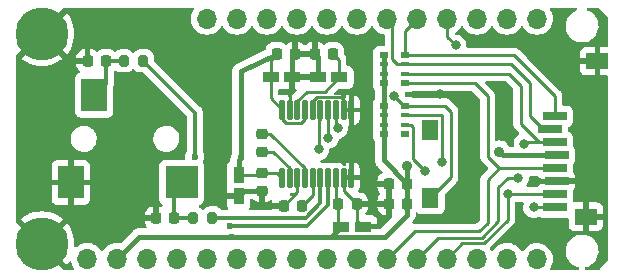
<source format=gtl>
G04 #@! TF.GenerationSoftware,KiCad,Pcbnew,7.0.1*
G04 #@! TF.CreationDate,2023-08-17T16:00:53-05:00*
G04 #@! TF.ProjectId,MiniWAV,4d696e69-5741-4562-9e6b-696361645f70,A*
G04 #@! TF.SameCoordinates,Original*
G04 #@! TF.FileFunction,Copper,L1,Top*
G04 #@! TF.FilePolarity,Positive*
%FSLAX46Y46*%
G04 Gerber Fmt 4.6, Leading zero omitted, Abs format (unit mm)*
G04 Created by KiCad (PCBNEW 7.0.1) date 2023-08-17 16:00:53*
%MOMM*%
%LPD*%
G01*
G04 APERTURE LIST*
G04 Aperture macros list*
%AMRoundRect*
0 Rectangle with rounded corners*
0 $1 Rounding radius*
0 $2 $3 $4 $5 $6 $7 $8 $9 X,Y pos of 4 corners*
0 Add a 4 corners polygon primitive as box body*
4,1,4,$2,$3,$4,$5,$6,$7,$8,$9,$2,$3,0*
0 Add four circle primitives for the rounded corners*
1,1,$1+$1,$2,$3*
1,1,$1+$1,$4,$5*
1,1,$1+$1,$6,$7*
1,1,$1+$1,$8,$9*
0 Add four rect primitives between the rounded corners*
20,1,$1+$1,$2,$3,$4,$5,0*
20,1,$1+$1,$4,$5,$6,$7,0*
20,1,$1+$1,$6,$7,$8,$9,0*
20,1,$1+$1,$8,$9,$2,$3,0*%
G04 Aperture macros list end*
G04 #@! TA.AperFunction,SMDPad,CuDef*
%ADD10RoundRect,0.225000X0.225000X0.250000X-0.225000X0.250000X-0.225000X-0.250000X0.225000X-0.250000X0*%
G04 #@! TD*
G04 #@! TA.AperFunction,SMDPad,CuDef*
%ADD11RoundRect,0.225000X-0.250000X0.225000X-0.250000X-0.225000X0.250000X-0.225000X0.250000X0.225000X0*%
G04 #@! TD*
G04 #@! TA.AperFunction,SMDPad,CuDef*
%ADD12R,1.450000X0.950000*%
G04 #@! TD*
G04 #@! TA.AperFunction,SMDPad,CuDef*
%ADD13RoundRect,0.020500X0.184500X-0.764500X0.184500X0.764500X-0.184500X0.764500X-0.184500X-0.764500X0*%
G04 #@! TD*
G04 #@! TA.AperFunction,SMDPad,CuDef*
%ADD14RoundRect,0.200000X0.200000X0.275000X-0.200000X0.275000X-0.200000X-0.275000X0.200000X-0.275000X0*%
G04 #@! TD*
G04 #@! TA.AperFunction,SMDPad,CuDef*
%ADD15R,2.000000X0.800000*%
G04 #@! TD*
G04 #@! TA.AperFunction,SMDPad,CuDef*
%ADD16R,1.400000X1.800000*%
G04 #@! TD*
G04 #@! TA.AperFunction,SMDPad,CuDef*
%ADD17R,1.900000X1.400000*%
G04 #@! TD*
G04 #@! TA.AperFunction,SMDPad,CuDef*
%ADD18RoundRect,0.225000X0.250000X-0.225000X0.250000X0.225000X-0.250000X0.225000X-0.250000X-0.225000X0*%
G04 #@! TD*
G04 #@! TA.AperFunction,SMDPad,CuDef*
%ADD19R,0.950000X1.450000*%
G04 #@! TD*
G04 #@! TA.AperFunction,SMDPad,CuDef*
%ADD20R,2.200000X2.800000*%
G04 #@! TD*
G04 #@! TA.AperFunction,SMDPad,CuDef*
%ADD21R,2.800000X2.800000*%
G04 #@! TD*
G04 #@! TA.AperFunction,SMDPad,CuDef*
%ADD22R,0.800000X0.500000*%
G04 #@! TD*
G04 #@! TA.AperFunction,SMDPad,CuDef*
%ADD23R,0.800000X0.400000*%
G04 #@! TD*
G04 #@! TA.AperFunction,ComponentPad*
%ADD24O,1.700000X1.700000*%
G04 #@! TD*
G04 #@! TA.AperFunction,ComponentPad*
%ADD25C,4.500000*%
G04 #@! TD*
G04 #@! TA.AperFunction,ViaPad*
%ADD26C,0.900000*%
G04 #@! TD*
G04 #@! TA.AperFunction,ViaPad*
%ADD27C,0.600000*%
G04 #@! TD*
G04 #@! TA.AperFunction,ViaPad*
%ADD28C,0.800000*%
G04 #@! TD*
G04 #@! TA.AperFunction,Conductor*
%ADD29C,0.450000*%
G04 #@! TD*
G04 #@! TA.AperFunction,Conductor*
%ADD30C,0.250000*%
G04 #@! TD*
G04 #@! TA.AperFunction,Conductor*
%ADD31C,0.350000*%
G04 #@! TD*
G04 APERTURE END LIST*
D10*
X153075000Y-103805000D03*
X151525000Y-103805000D03*
X153075000Y-102105000D03*
X151525000Y-102105000D03*
D11*
X140825000Y-97860000D03*
X140825000Y-99410000D03*
D12*
X147325000Y-93105000D03*
X145525000Y-93105000D03*
D13*
X142500000Y-101605000D03*
X143150000Y-101605000D03*
X143800000Y-101605000D03*
X144450000Y-101605000D03*
X145100000Y-101605000D03*
X145750000Y-101605000D03*
X146400000Y-101605000D03*
X147050000Y-101605000D03*
X147700000Y-101605000D03*
X148350000Y-101605000D03*
X148350000Y-95865000D03*
X147700000Y-95865000D03*
X147050000Y-95865000D03*
X146400000Y-95865000D03*
X145750000Y-95865000D03*
X145100000Y-95865000D03*
X144450000Y-95865000D03*
X143800000Y-95865000D03*
X143150000Y-95865000D03*
X142500000Y-95865000D03*
D14*
X130725000Y-91705000D03*
X129075000Y-91705000D03*
D15*
X165600000Y-96405000D03*
X165200000Y-97505000D03*
X165600000Y-98605000D03*
X165800000Y-99705000D03*
X165600000Y-100805000D03*
X165800000Y-101905000D03*
X165600000Y-103005000D03*
X165600000Y-104105000D03*
D16*
X155050000Y-103295000D03*
X155050000Y-97595000D03*
D17*
X168200000Y-104895000D03*
X169200000Y-91745000D03*
D10*
X144175000Y-104005000D03*
X142625000Y-104005000D03*
X143600000Y-91105000D03*
X142050000Y-91105000D03*
D18*
X140825000Y-102710000D03*
X140825000Y-101160000D03*
D10*
X146800000Y-91105000D03*
X145250000Y-91105000D03*
D19*
X138825000Y-101335000D03*
X138825000Y-103135000D03*
D20*
X126600000Y-94605000D03*
X124600000Y-102005000D03*
D21*
X134000000Y-102005000D03*
D10*
X133375000Y-105005000D03*
X131825000Y-105005000D03*
X127575000Y-91705000D03*
X126025000Y-91705000D03*
D12*
X147525000Y-105735000D03*
X149325000Y-105735000D03*
X141525000Y-93105000D03*
X143325000Y-93105000D03*
D14*
X136600000Y-105005000D03*
X134950000Y-105005000D03*
D22*
X151100000Y-95505000D03*
D23*
X151100000Y-96305000D03*
X151100000Y-97105000D03*
D22*
X151100000Y-97905000D03*
X152900000Y-97905000D03*
D23*
X152900000Y-97105000D03*
X152900000Y-96305000D03*
D22*
X152900000Y-95505000D03*
D10*
X148800000Y-103835000D03*
X147250000Y-103835000D03*
D24*
X125977800Y-108457200D03*
X128517800Y-108457200D03*
X131057800Y-108457200D03*
X133597800Y-108457200D03*
X136137800Y-108457200D03*
X138677800Y-108457200D03*
X141217800Y-108457200D03*
X143757800Y-108457200D03*
X146297800Y-108457200D03*
X148837800Y-108457200D03*
X151377800Y-108457200D03*
X153917800Y-108457200D03*
X156457800Y-108457200D03*
X158997800Y-108457200D03*
X161537800Y-108457200D03*
X164077800Y-108482600D03*
X164077800Y-88137200D03*
X161537800Y-88137200D03*
X158997800Y-88137200D03*
X156457800Y-88137200D03*
X153917800Y-88137200D03*
X151377800Y-88137200D03*
X148837800Y-88137200D03*
X146297800Y-88137200D03*
X143757800Y-88137200D03*
X141217800Y-88137200D03*
X138677800Y-88137200D03*
X136137800Y-88137200D03*
D25*
X122150000Y-107205000D03*
X122150000Y-89405000D03*
D22*
X151100000Y-91205000D03*
D23*
X151100000Y-92005000D03*
X151100000Y-92805000D03*
D22*
X151100000Y-93605000D03*
X152900000Y-93605000D03*
D23*
X152900000Y-92805000D03*
X152900000Y-92005000D03*
D22*
X152900000Y-91205000D03*
D26*
X160900000Y-99405000D03*
D27*
X138300000Y-106605000D03*
D26*
X153100000Y-100605000D03*
D27*
X139000000Y-99905000D03*
D28*
X165500000Y-92105000D03*
X161200000Y-97105000D03*
X155900000Y-94505000D03*
X137100000Y-94305000D03*
X168600000Y-102305000D03*
X137100000Y-101905000D03*
X149900000Y-102505000D03*
X156400000Y-105005000D03*
X163300000Y-106305000D03*
X149500000Y-92305000D03*
D27*
X140800000Y-104005000D03*
D28*
X163000000Y-98705000D03*
X162500000Y-101605000D03*
X161600000Y-103005000D03*
X154600000Y-101005000D03*
X163800000Y-104105000D03*
X157200000Y-90405000D03*
X156072905Y-100229500D03*
X152000000Y-94705000D03*
D27*
X138100000Y-105681000D03*
X135100000Y-99805000D03*
D28*
X147200000Y-97405000D03*
X146400000Y-98205000D03*
X145600000Y-99205000D03*
D29*
X151100000Y-97105000D02*
X151100000Y-96305000D01*
X130370000Y-106605000D02*
X138300000Y-106605000D01*
X138300000Y-106605000D02*
X146655000Y-106605000D01*
X153075000Y-103805000D02*
X153075000Y-102105000D01*
X153100000Y-100605000D02*
X153100000Y-102080000D01*
D30*
X141525000Y-94890000D02*
X141525000Y-93105000D01*
X142500000Y-96652611D02*
X142822389Y-96975000D01*
X140825000Y-101160000D02*
X142055000Y-101160000D01*
D29*
X138825000Y-100080000D02*
X139000000Y-99905000D01*
D30*
X141525000Y-91630000D02*
X142050000Y-91105000D01*
D29*
X151100000Y-96305000D02*
X151100000Y-95505000D01*
D30*
X141525000Y-93105000D02*
X141525000Y-91630000D01*
X142822389Y-96975000D02*
X144127611Y-96975000D01*
D29*
X151100000Y-100130000D02*
X151100000Y-97905000D01*
X151100000Y-95505000D02*
X151100000Y-93605000D01*
X139000000Y-92605000D02*
X139000000Y-99905000D01*
D30*
X144450000Y-96652611D02*
X144450000Y-95865000D01*
X147250000Y-105460000D02*
X147525000Y-105735000D01*
D29*
X151100000Y-92805000D02*
X151100000Y-92005000D01*
D30*
X138825000Y-101335000D02*
X140650000Y-101335000D01*
D29*
X153100000Y-102080000D02*
X153075000Y-102105000D01*
X146685000Y-106635000D02*
X151170000Y-106635000D01*
D30*
X144127611Y-96975000D02*
X144450000Y-96652611D01*
X142055000Y-101160000D02*
X142500000Y-101605000D01*
X142500000Y-95865000D02*
X142500000Y-96652611D01*
D29*
X153075000Y-102105000D02*
X151100000Y-100130000D01*
X146655000Y-106605000D02*
X147525000Y-105735000D01*
X161200000Y-99705000D02*
X160900000Y-99405000D01*
X151170000Y-106635000D02*
X153075000Y-104730000D01*
D30*
X147250000Y-103835000D02*
X147050000Y-103635000D01*
D29*
X146655000Y-106605000D02*
X146685000Y-106635000D01*
D30*
X142500000Y-95865000D02*
X141525000Y-94890000D01*
X147050000Y-103635000D02*
X147050000Y-101605000D01*
D29*
X153075000Y-104730000D02*
X153075000Y-103805000D01*
X142050000Y-91105000D02*
X139000000Y-92605000D01*
X151100000Y-92005000D02*
X151100000Y-91205000D01*
D30*
X147250000Y-103835000D02*
X147250000Y-105460000D01*
D29*
X128517800Y-108457200D02*
X130370000Y-106605000D01*
X151100000Y-97905000D02*
X151100000Y-97105000D01*
X165800000Y-99705000D02*
X161200000Y-99705000D01*
X151100000Y-93605000D02*
X151100000Y-92805000D01*
D30*
X140650000Y-101335000D02*
X140825000Y-101160000D01*
D29*
X138825000Y-101335000D02*
X138825000Y-100080000D01*
D30*
X142625000Y-104005000D02*
X143800000Y-102830000D01*
D29*
X145525000Y-91380000D02*
X145250000Y-91105000D01*
D30*
X143325000Y-93105000D02*
X143150000Y-93280000D01*
D29*
X145525000Y-93105000D02*
X145525000Y-91380000D01*
D30*
X145100000Y-95865000D02*
X145100000Y-95077389D01*
X147700000Y-95005000D02*
X147700000Y-95865000D01*
X148800000Y-105210000D02*
X149325000Y-105735000D01*
X147700000Y-101605000D02*
X147700000Y-102735000D01*
X148800000Y-103835000D02*
X148800000Y-105210000D01*
X147700000Y-102735000D02*
X148800000Y-103835000D01*
X145422389Y-94755000D02*
X147450000Y-94755000D01*
X143150000Y-93280000D02*
X143150000Y-95865000D01*
X143800000Y-102830000D02*
X143800000Y-101605000D01*
D29*
X139250000Y-102710000D02*
X138825000Y-103135000D01*
X143325000Y-93105000D02*
X143325000Y-91380000D01*
X140825000Y-102710000D02*
X139250000Y-102710000D01*
D30*
X147450000Y-94755000D02*
X147700000Y-95005000D01*
X145100000Y-95077389D02*
X145422389Y-94755000D01*
D29*
X143325000Y-91380000D02*
X143600000Y-91105000D01*
D30*
X147325000Y-93105000D02*
X147325000Y-91630000D01*
X146124501Y-94305499D02*
X147325000Y-93105000D01*
X143800000Y-95077389D02*
X144571890Y-94305499D01*
X143800000Y-95865000D02*
X143800000Y-95077389D01*
X144571890Y-94305499D02*
X146124501Y-94305499D01*
X147325000Y-91630000D02*
X146800000Y-91105000D01*
X144450000Y-100817389D02*
X144450000Y-101605000D01*
X141492611Y-97860000D02*
X144450000Y-100817389D01*
X140825000Y-97860000D02*
X141492611Y-97860000D01*
X141742611Y-99410000D02*
X140825000Y-99410000D01*
X143150000Y-100817389D02*
X141742611Y-99410000D01*
X143150000Y-101605000D02*
X143150000Y-100817389D01*
X144175000Y-104005000D02*
X145100000Y-103080000D01*
X145100000Y-103080000D02*
X145100000Y-101605000D01*
D31*
X129075000Y-91705000D02*
X127575000Y-91705000D01*
X127575000Y-93630000D02*
X126600000Y-94605000D01*
X127575000Y-91705000D02*
X127575000Y-93630000D01*
X133375000Y-102630000D02*
X134000000Y-102005000D01*
X134950000Y-105005000D02*
X133375000Y-105005000D01*
X133375000Y-105005000D02*
X133375000Y-102630000D01*
D30*
X165600000Y-96405000D02*
X165600000Y-94705000D01*
X152900000Y-91205000D02*
X152900000Y-89155000D01*
X165600000Y-94705000D02*
X162100000Y-91205000D01*
X162100000Y-91205000D02*
X152900000Y-91205000D01*
X152900000Y-89155000D02*
X153917800Y-88137200D01*
X151825000Y-91580000D02*
X151825000Y-88584400D01*
X152250000Y-92005000D02*
X151825000Y-91580000D01*
X152900000Y-92005000D02*
X152250000Y-92005000D01*
X161900000Y-92005000D02*
X152900000Y-92005000D01*
X151825000Y-88584400D02*
X151377800Y-88137200D01*
X163500000Y-93605000D02*
X161900000Y-92005000D01*
X165200000Y-97505000D02*
X164600000Y-97505000D01*
X164600000Y-97505000D02*
X163500000Y-96405000D01*
X163500000Y-96405000D02*
X163500000Y-93605000D01*
X160800000Y-105305000D02*
X159400000Y-106705000D01*
X162700000Y-97055000D02*
X162700000Y-93805000D01*
X162500000Y-101605000D02*
X161600000Y-101605000D01*
X160800000Y-102405000D02*
X160800000Y-105305000D01*
X155670000Y-106705000D02*
X153917800Y-108457200D01*
X163100000Y-98605000D02*
X163000000Y-98705000D01*
X162700000Y-93805000D02*
X161700000Y-92805000D01*
X164250000Y-98605000D02*
X162700000Y-97055000D01*
X161700000Y-92805000D02*
X152900000Y-92805000D01*
X159400000Y-106705000D02*
X155670000Y-106705000D01*
X165600000Y-98605000D02*
X164250000Y-98605000D01*
X161600000Y-101605000D02*
X160800000Y-102405000D01*
X164250000Y-98605000D02*
X163100000Y-98605000D01*
X159900000Y-94705000D02*
X158800000Y-93605000D01*
X159200000Y-106105000D02*
X153730000Y-106105000D01*
X160900000Y-100805000D02*
X159900000Y-101805000D01*
X158800000Y-93605000D02*
X152900000Y-93605000D01*
X159900000Y-101805000D02*
X159900000Y-105405000D01*
X165600000Y-100805000D02*
X160900000Y-100805000D01*
X153730000Y-106105000D02*
X151377800Y-108457200D01*
X159900000Y-99805000D02*
X159900000Y-94705000D01*
X160900000Y-100805000D02*
X159900000Y-99805000D01*
X159900000Y-105405000D02*
X159200000Y-106105000D01*
X153400000Y-97105000D02*
X152900000Y-97105000D01*
X153625000Y-97330000D02*
X153400000Y-97105000D01*
X161600000Y-105140690D02*
X159586189Y-107154501D01*
X153625000Y-100030000D02*
X153625000Y-97330000D01*
X157760499Y-107154501D02*
X156457800Y-108457200D01*
X161600000Y-103005000D02*
X161600000Y-105140690D01*
X154600000Y-101005000D02*
X153625000Y-100030000D01*
X159586189Y-107154501D02*
X157760499Y-107154501D01*
X165600000Y-103005000D02*
X161600000Y-103005000D01*
X156075500Y-96370500D02*
X156075500Y-100226905D01*
X165600000Y-104105000D02*
X163800000Y-104105000D01*
X157200000Y-90405000D02*
X156457800Y-89662800D01*
X156075500Y-100226905D02*
X156072905Y-100229500D01*
X156457800Y-89662800D02*
X156457800Y-88137200D01*
X156010000Y-96305000D02*
X156075500Y-96370500D01*
X152900000Y-96305000D02*
X156010000Y-96305000D01*
X152900000Y-95505000D02*
X152800000Y-95505000D01*
X152800000Y-95505000D02*
X152000000Y-94705000D01*
X156800000Y-96005000D02*
X156300000Y-95505000D01*
X155050000Y-103295000D02*
X156800000Y-101545000D01*
X156800000Y-101545000D02*
X156800000Y-96005000D01*
X156300000Y-95505000D02*
X152900000Y-95505000D01*
D31*
X135100000Y-99805000D02*
X135100000Y-96080000D01*
X146400000Y-101605000D02*
X146400000Y-103881346D01*
X135100000Y-96080000D02*
X130725000Y-91705000D01*
X144600346Y-105681000D02*
X138100000Y-105681000D01*
X146400000Y-103881346D02*
X144600346Y-105681000D01*
X145750000Y-101605000D02*
X145750000Y-103753528D01*
X145750000Y-103753528D02*
X144498528Y-105005000D01*
X144498528Y-105005000D02*
X136600000Y-105005000D01*
D30*
X147050000Y-97255000D02*
X147050000Y-95865000D01*
X147200000Y-97405000D02*
X147050000Y-97255000D01*
X146400000Y-98205000D02*
X146400000Y-95865000D01*
X145609500Y-96793111D02*
X145750000Y-96652611D01*
X145750000Y-96652611D02*
X145750000Y-95865000D01*
X145609500Y-99195500D02*
X145609500Y-96793111D01*
X145600000Y-99205000D02*
X145609500Y-99195500D01*
G04 #@! TA.AperFunction,Conductor*
G36*
X167434647Y-87222862D02*
G01*
X167480291Y-87271302D01*
X167494313Y-87336365D01*
X167472674Y-87399306D01*
X167421608Y-87441992D01*
X167217940Y-87534056D01*
X167021410Y-87666886D01*
X166850155Y-87831020D01*
X166709104Y-88021735D01*
X166602312Y-88233545D01*
X166559724Y-88372608D01*
X166532852Y-88460357D01*
X166514860Y-88600862D01*
X166502722Y-88695647D01*
X166512789Y-88932636D01*
X166512790Y-88932639D01*
X166562764Y-89164524D01*
X166562765Y-89164526D01*
X166627707Y-89326142D01*
X166651209Y-89384627D01*
X166775579Y-89586617D01*
X166929430Y-89761426D01*
X166932298Y-89764684D01*
X167116850Y-89913700D01*
X167323940Y-90029388D01*
X167547601Y-90108412D01*
X167781394Y-90148500D01*
X167781396Y-90148500D01*
X167959191Y-90148500D01*
X167959195Y-90148500D01*
X168077299Y-90138447D01*
X168136354Y-90133421D01*
X168289390Y-90093573D01*
X168365910Y-90073650D01*
X168473984Y-90024796D01*
X168582060Y-89975943D01*
X168778590Y-89843113D01*
X168949844Y-89678979D01*
X169090896Y-89488264D01*
X169197688Y-89276454D01*
X169267148Y-89049643D01*
X169297278Y-88814356D01*
X169287210Y-88577361D01*
X169237236Y-88345476D01*
X169148791Y-88125373D01*
X169024421Y-87923383D01*
X168867703Y-87745317D01*
X168867701Y-87745315D01*
X168683149Y-87596299D01*
X168476059Y-87480611D01*
X168377863Y-87445917D01*
X168322038Y-87406077D01*
X168295927Y-87342659D01*
X168307517Y-87275063D01*
X168353264Y-87223966D01*
X168419172Y-87205000D01*
X169248638Y-87205000D01*
X169296091Y-87214439D01*
X169336319Y-87241319D01*
X170063681Y-87968681D01*
X170090561Y-88008909D01*
X170100000Y-88056362D01*
X170100000Y-90421000D01*
X170083387Y-90483000D01*
X170038000Y-90528387D01*
X169976000Y-90545000D01*
X169450000Y-90545000D01*
X169450000Y-92945000D01*
X169976000Y-92945000D01*
X170038000Y-92961613D01*
X170083387Y-93007000D01*
X170100000Y-93069000D01*
X170100000Y-108462454D01*
X170093288Y-108502697D01*
X170073880Y-108538582D01*
X169925794Y-108728979D01*
X169437233Y-109357129D01*
X169393833Y-109392391D01*
X169339353Y-109405000D01*
X168253705Y-109405000D01*
X168196318Y-109390922D01*
X168151963Y-109351884D01*
X168130709Y-109296750D01*
X168137385Y-109238040D01*
X168170473Y-109189085D01*
X168222460Y-109161001D01*
X168365910Y-109123650D01*
X168473984Y-109074796D01*
X168582060Y-109025943D01*
X168778590Y-108893113D01*
X168949844Y-108728979D01*
X169090896Y-108538264D01*
X169197688Y-108326454D01*
X169267148Y-108099643D01*
X169297278Y-107864356D01*
X169287210Y-107627361D01*
X169237236Y-107395476D01*
X169148791Y-107175373D01*
X169024421Y-106973383D01*
X168867703Y-106795317D01*
X168867701Y-106795315D01*
X168683149Y-106646299D01*
X168476059Y-106530611D01*
X168252398Y-106451587D01*
X168018606Y-106411500D01*
X168018604Y-106411500D01*
X167840809Y-106411500D01*
X167840805Y-106411500D01*
X167663647Y-106426578D01*
X167434089Y-106486349D01*
X167217940Y-106584056D01*
X167021410Y-106716886D01*
X166850155Y-106881020D01*
X166709104Y-107071735D01*
X166602312Y-107283545D01*
X166532852Y-107510356D01*
X166502722Y-107745647D01*
X166512789Y-107982636D01*
X166531938Y-108071492D01*
X166562764Y-108214524D01*
X166651209Y-108434627D01*
X166775579Y-108636617D01*
X166881985Y-108757518D01*
X166932298Y-108814684D01*
X167116850Y-108963700D01*
X167323940Y-109079388D01*
X167547601Y-109158412D01*
X167549771Y-109158784D01*
X167554144Y-109160723D01*
X167557550Y-109161927D01*
X167557456Y-109162192D01*
X167605341Y-109183431D01*
X167642519Y-109231528D01*
X167652368Y-109291516D01*
X167632523Y-109348976D01*
X167587751Y-109390099D01*
X167528815Y-109405000D01*
X165318787Y-109405000D01*
X165254459Y-109387009D01*
X165208798Y-109338257D01*
X165195052Y-109272890D01*
X165217212Y-109209877D01*
X165231771Y-109189085D01*
X165251835Y-109160430D01*
X165351703Y-108946263D01*
X165412863Y-108718008D01*
X165433459Y-108482600D01*
X165429261Y-108434623D01*
X165412863Y-108247192D01*
X165404110Y-108214524D01*
X165351703Y-108018937D01*
X165251835Y-107804771D01*
X165116295Y-107611199D01*
X164949201Y-107444105D01*
X164755630Y-107308565D01*
X164541463Y-107208697D01*
X164446668Y-107183297D01*
X164313207Y-107147536D01*
X164077800Y-107126940D01*
X163842392Y-107147536D01*
X163614136Y-107208697D01*
X163399970Y-107308565D01*
X163206398Y-107444105D01*
X163039308Y-107611195D01*
X162918267Y-107784060D01*
X162873949Y-107822925D01*
X162816692Y-107836936D01*
X162759435Y-107822925D01*
X162715117Y-107784059D01*
X162711836Y-107779373D01*
X162711835Y-107779371D01*
X162576295Y-107585799D01*
X162409201Y-107418705D01*
X162215630Y-107283165D01*
X162001463Y-107183297D01*
X161940302Y-107166909D01*
X161773207Y-107122136D01*
X161537800Y-107101540D01*
X161302392Y-107122136D01*
X161074136Y-107183297D01*
X160859970Y-107283165D01*
X160666398Y-107418705D01*
X160499305Y-107585798D01*
X160369375Y-107771359D01*
X160325057Y-107810225D01*
X160267800Y-107824236D01*
X160210543Y-107810225D01*
X160166226Y-107771361D01*
X160097283Y-107672899D01*
X160076169Y-107619752D01*
X160081154Y-107562777D01*
X160111177Y-107514101D01*
X161983789Y-105641490D01*
X161999885Y-105628596D01*
X162001873Y-105626477D01*
X162001877Y-105626476D01*
X162047948Y-105577413D01*
X162050566Y-105574713D01*
X162070120Y-105555161D01*
X162072581Y-105551988D01*
X162080156Y-105543117D01*
X162110062Y-105511272D01*
X162119712Y-105493717D01*
X162130400Y-105477447D01*
X162142673Y-105461626D01*
X162160026Y-105421522D01*
X162165157Y-105411052D01*
X162168680Y-105404644D01*
X162186197Y-105372782D01*
X162191175Y-105353389D01*
X162197481Y-105334972D01*
X162199018Y-105331418D01*
X162205438Y-105316586D01*
X162212272Y-105273435D01*
X162214635Y-105262021D01*
X162225500Y-105219709D01*
X162225500Y-105199674D01*
X162227027Y-105180275D01*
X162227037Y-105180213D01*
X162230160Y-105160494D01*
X162226050Y-105117015D01*
X162225500Y-105105346D01*
X162225500Y-103754500D01*
X162242113Y-103692500D01*
X162287500Y-103647113D01*
X162349500Y-103630500D01*
X162836661Y-103630500D01*
X162892956Y-103644015D01*
X162936979Y-103681615D01*
X162959134Y-103735102D01*
X162954592Y-103792818D01*
X162914326Y-103916742D01*
X162894540Y-104105000D01*
X162914326Y-104293257D01*
X162972820Y-104473284D01*
X163067466Y-104637216D01*
X163194129Y-104777889D01*
X163347269Y-104889151D01*
X163520197Y-104966144D01*
X163705352Y-105005500D01*
X163705354Y-105005500D01*
X163894646Y-105005500D01*
X163894648Y-105005500D01*
X164021968Y-104978437D01*
X164079803Y-104966144D01*
X164170614Y-104925712D01*
X164202086Y-104911700D01*
X164266363Y-104901754D01*
X164326832Y-104925712D01*
X164342789Y-104937657D01*
X164357669Y-104948796D01*
X164492517Y-104999091D01*
X164552127Y-105005500D01*
X166626000Y-105005499D01*
X166688000Y-105022112D01*
X166733387Y-105067499D01*
X166750000Y-105129499D01*
X166750000Y-105642824D01*
X166756402Y-105702375D01*
X166806647Y-105837089D01*
X166892811Y-105952188D01*
X167007910Y-106038352D01*
X167142624Y-106088597D01*
X167202176Y-106095000D01*
X167950000Y-106095000D01*
X167950000Y-105145000D01*
X168450000Y-105145000D01*
X168450000Y-106095000D01*
X169197824Y-106095000D01*
X169257375Y-106088597D01*
X169392089Y-106038352D01*
X169507188Y-105952188D01*
X169593352Y-105837089D01*
X169643597Y-105702375D01*
X169650000Y-105642824D01*
X169650000Y-105145000D01*
X168450000Y-105145000D01*
X167950000Y-105145000D01*
X167950000Y-103695000D01*
X168450000Y-103695000D01*
X168450000Y-104645000D01*
X169650000Y-104645000D01*
X169650000Y-104147176D01*
X169643597Y-104087624D01*
X169593352Y-103952910D01*
X169507188Y-103837811D01*
X169392089Y-103751647D01*
X169257375Y-103701402D01*
X169197824Y-103695000D01*
X168450000Y-103695000D01*
X167950000Y-103695000D01*
X167215955Y-103695000D01*
X167157827Y-103680532D01*
X167113265Y-103640503D01*
X167102467Y-103611020D01*
X167099535Y-103612114D01*
X167094396Y-103598337D01*
X167086577Y-103554999D01*
X167093858Y-103514644D01*
X167094090Y-103512485D01*
X167094091Y-103512483D01*
X167100500Y-103452873D01*
X167100499Y-102766695D01*
X167113616Y-102711190D01*
X167150191Y-102667427D01*
X167157189Y-102662188D01*
X167243352Y-102547089D01*
X167293597Y-102412375D01*
X167300000Y-102352824D01*
X167300000Y-102155000D01*
X166848069Y-102155000D01*
X166804737Y-102147182D01*
X166707483Y-102110909D01*
X166647873Y-102104500D01*
X166647869Y-102104500D01*
X164552130Y-102104500D01*
X164492515Y-102110909D01*
X164395264Y-102147182D01*
X164351931Y-102155000D01*
X164300000Y-102155000D01*
X164296071Y-102158928D01*
X164286884Y-102197809D01*
X164250312Y-102241571D01*
X164242454Y-102247452D01*
X164180802Y-102329811D01*
X164137039Y-102366384D01*
X164081535Y-102379500D01*
X163292888Y-102379500D01*
X163237753Y-102366568D01*
X163194118Y-102330470D01*
X163171084Y-102278735D01*
X163173456Y-102222153D01*
X163200739Y-102172527D01*
X163232533Y-102137216D01*
X163327179Y-101973284D01*
X163331667Y-101959470D01*
X163385674Y-101793256D01*
X163405460Y-101605000D01*
X163401514Y-101567459D01*
X163413384Y-101500142D01*
X163459125Y-101449342D01*
X163524835Y-101430500D01*
X164081535Y-101430500D01*
X164137039Y-101443616D01*
X164180800Y-101480187D01*
X164202861Y-101509656D01*
X164242454Y-101562547D01*
X164250312Y-101568429D01*
X164286884Y-101612191D01*
X164296071Y-101651071D01*
X164300000Y-101655000D01*
X164351931Y-101655000D01*
X164395262Y-101662817D01*
X164492517Y-101699091D01*
X164552127Y-101705500D01*
X166647872Y-101705499D01*
X166707483Y-101699091D01*
X166804736Y-101662817D01*
X166848069Y-101655000D01*
X167300000Y-101655000D01*
X167300000Y-101457176D01*
X167293597Y-101397624D01*
X167243352Y-101262910D01*
X167157188Y-101147810D01*
X167150188Y-101142570D01*
X167113615Y-101098807D01*
X167100499Y-101043306D01*
X167100499Y-100567320D01*
X167113615Y-100511816D01*
X167150189Y-100468054D01*
X167154209Y-100465043D01*
X167157546Y-100462546D01*
X167243796Y-100347331D01*
X167294091Y-100212483D01*
X167300500Y-100152873D01*
X167300499Y-99257128D01*
X167294091Y-99197517D01*
X167243796Y-99062669D01*
X167157546Y-98947454D01*
X167157544Y-98947453D01*
X167157544Y-98947452D01*
X167150189Y-98941946D01*
X167113615Y-98898184D01*
X167100499Y-98842679D01*
X167100499Y-98157130D01*
X167097942Y-98133344D01*
X167094091Y-98097517D01*
X167043796Y-97962669D01*
X166957546Y-97847454D01*
X166842331Y-97761204D01*
X166781163Y-97738389D01*
X166738929Y-97711952D01*
X166710511Y-97671022D01*
X166700499Y-97622209D01*
X166700499Y-97387791D01*
X166710511Y-97338978D01*
X166738929Y-97298048D01*
X166781163Y-97271610D01*
X166842331Y-97248796D01*
X166957546Y-97162546D01*
X167043796Y-97047331D01*
X167094091Y-96912483D01*
X167100500Y-96852873D01*
X167100499Y-95957128D01*
X167094091Y-95897517D01*
X167043796Y-95762669D01*
X166957546Y-95647454D01*
X166842331Y-95561204D01*
X166707483Y-95510909D01*
X166647873Y-95504500D01*
X166647869Y-95504500D01*
X166349500Y-95504500D01*
X166287500Y-95487887D01*
X166242113Y-95442500D01*
X166225500Y-95380500D01*
X166225500Y-94787740D01*
X166227763Y-94767236D01*
X166226561Y-94728989D01*
X166225561Y-94697144D01*
X166225500Y-94693250D01*
X166225500Y-94665657D01*
X166225500Y-94665650D01*
X166224995Y-94661653D01*
X166224080Y-94650023D01*
X166223829Y-94642024D01*
X166222709Y-94606372D01*
X166217119Y-94587134D01*
X166213174Y-94568082D01*
X166210664Y-94548208D01*
X166202815Y-94528385D01*
X166194578Y-94507581D01*
X166190805Y-94496560D01*
X166178617Y-94454610D01*
X166174886Y-94448302D01*
X166168421Y-94437369D01*
X166159863Y-94419902D01*
X166152486Y-94401268D01*
X166126798Y-94365912D01*
X166120409Y-94356184D01*
X166098170Y-94318579D01*
X166084006Y-94304415D01*
X166071369Y-94289620D01*
X166059595Y-94273414D01*
X166040317Y-94257466D01*
X166025935Y-94245568D01*
X166017305Y-94237714D01*
X163774591Y-91995000D01*
X167750000Y-91995000D01*
X167750000Y-92492824D01*
X167756402Y-92552375D01*
X167806647Y-92687089D01*
X167892811Y-92802188D01*
X168007910Y-92888352D01*
X168142624Y-92938597D01*
X168202176Y-92945000D01*
X168950000Y-92945000D01*
X168950000Y-91995000D01*
X167750000Y-91995000D01*
X163774591Y-91995000D01*
X163274591Y-91495000D01*
X167750000Y-91495000D01*
X168950000Y-91495000D01*
X168950000Y-90545000D01*
X168202176Y-90545000D01*
X168142624Y-90551402D01*
X168007910Y-90601647D01*
X167892811Y-90687811D01*
X167806647Y-90802910D01*
X167756402Y-90937624D01*
X167750000Y-90997176D01*
X167750000Y-91495000D01*
X163274591Y-91495000D01*
X162600802Y-90821211D01*
X162587906Y-90805113D01*
X162536775Y-90757098D01*
X162533978Y-90754387D01*
X162514470Y-90734879D01*
X162511290Y-90732412D01*
X162502424Y-90724839D01*
X162470582Y-90694938D01*
X162453024Y-90685285D01*
X162436764Y-90674604D01*
X162420936Y-90662327D01*
X162380851Y-90644980D01*
X162370361Y-90639841D01*
X162332091Y-90618802D01*
X162312691Y-90613821D01*
X162294284Y-90607519D01*
X162275897Y-90599562D01*
X162232758Y-90592729D01*
X162221324Y-90590361D01*
X162179019Y-90579500D01*
X162158984Y-90579500D01*
X162139586Y-90577973D01*
X162132162Y-90576797D01*
X162119805Y-90574840D01*
X162119804Y-90574840D01*
X162086751Y-90577964D01*
X162076325Y-90578950D01*
X162064656Y-90579500D01*
X158224835Y-90579500D01*
X158159125Y-90560658D01*
X158113384Y-90509858D01*
X158101514Y-90442540D01*
X158105460Y-90405000D01*
X158085674Y-90216744D01*
X158036150Y-90064326D01*
X158027179Y-90036715D01*
X157932533Y-89872783D01*
X157805870Y-89732110D01*
X157652730Y-89620848D01*
X157479802Y-89543855D01*
X157294648Y-89504500D01*
X157294646Y-89504500D01*
X157252896Y-89504500D01*
X157192780Y-89488953D01*
X157147738Y-89446210D01*
X157129066Y-89386990D01*
X157141446Y-89326142D01*
X157181769Y-89278927D01*
X157329201Y-89175695D01*
X157496295Y-89008601D01*
X157626226Y-88823039D01*
X157670543Y-88784175D01*
X157727800Y-88770164D01*
X157785057Y-88784175D01*
X157829373Y-88823039D01*
X157959305Y-89008601D01*
X158126399Y-89175695D01*
X158319970Y-89311235D01*
X158534137Y-89411103D01*
X158761272Y-89471963D01*
X158762392Y-89472263D01*
X158997799Y-89492859D01*
X158997799Y-89492858D01*
X158997800Y-89492859D01*
X159233208Y-89472263D01*
X159461463Y-89411103D01*
X159675630Y-89311235D01*
X159869201Y-89175695D01*
X160036295Y-89008601D01*
X160166226Y-88823039D01*
X160210543Y-88784175D01*
X160267800Y-88770164D01*
X160325057Y-88784175D01*
X160369373Y-88823039D01*
X160499305Y-89008601D01*
X160666399Y-89175695D01*
X160859970Y-89311235D01*
X161074137Y-89411103D01*
X161301272Y-89471963D01*
X161302392Y-89472263D01*
X161537799Y-89492859D01*
X161537799Y-89492858D01*
X161537800Y-89492859D01*
X161773208Y-89472263D01*
X162001463Y-89411103D01*
X162215630Y-89311235D01*
X162409201Y-89175695D01*
X162576295Y-89008601D01*
X162706226Y-88823039D01*
X162750543Y-88784175D01*
X162807800Y-88770164D01*
X162865057Y-88784175D01*
X162909373Y-88823039D01*
X163039305Y-89008601D01*
X163206399Y-89175695D01*
X163399970Y-89311235D01*
X163614137Y-89411103D01*
X163841272Y-89471963D01*
X163842392Y-89472263D01*
X164077799Y-89492859D01*
X164077799Y-89492858D01*
X164077800Y-89492859D01*
X164313208Y-89472263D01*
X164541463Y-89411103D01*
X164755630Y-89311235D01*
X164949201Y-89175695D01*
X165116295Y-89008601D01*
X165251835Y-88815030D01*
X165351703Y-88600863D01*
X165412863Y-88372608D01*
X165433459Y-88137200D01*
X165412863Y-87901792D01*
X165351703Y-87673537D01*
X165251835Y-87459371D01*
X165210348Y-87400121D01*
X165188189Y-87337110D01*
X165201935Y-87271743D01*
X165247596Y-87222991D01*
X165311924Y-87205000D01*
X167370532Y-87205000D01*
X167434647Y-87222862D01*
G37*
G04 #@! TD.AperFunction*
G04 #@! TA.AperFunction,Conductor*
G36*
X134968004Y-87222991D02*
G01*
X135013665Y-87271743D01*
X135027411Y-87337110D01*
X135005251Y-87400121D01*
X134975934Y-87441992D01*
X134963764Y-87459373D01*
X134863897Y-87673536D01*
X134802736Y-87901792D01*
X134782140Y-88137199D01*
X134802736Y-88372607D01*
X134826249Y-88460357D01*
X134863897Y-88600863D01*
X134963765Y-88815030D01*
X135099305Y-89008601D01*
X135266399Y-89175695D01*
X135459970Y-89311235D01*
X135674137Y-89411103D01*
X135901272Y-89471963D01*
X135902392Y-89472263D01*
X136137799Y-89492859D01*
X136137799Y-89492858D01*
X136137800Y-89492859D01*
X136373208Y-89472263D01*
X136601463Y-89411103D01*
X136815630Y-89311235D01*
X137009201Y-89175695D01*
X137176295Y-89008601D01*
X137306226Y-88823039D01*
X137350543Y-88784175D01*
X137407800Y-88770164D01*
X137465057Y-88784175D01*
X137509373Y-88823039D01*
X137639305Y-89008601D01*
X137806399Y-89175695D01*
X137999970Y-89311235D01*
X138214137Y-89411103D01*
X138441272Y-89471963D01*
X138442392Y-89472263D01*
X138677799Y-89492859D01*
X138677799Y-89492858D01*
X138677800Y-89492859D01*
X138913208Y-89472263D01*
X139141463Y-89411103D01*
X139355630Y-89311235D01*
X139549201Y-89175695D01*
X139716295Y-89008601D01*
X139846226Y-88823039D01*
X139890543Y-88784175D01*
X139947800Y-88770164D01*
X140005057Y-88784175D01*
X140049373Y-88823039D01*
X140179305Y-89008601D01*
X140346399Y-89175695D01*
X140539970Y-89311235D01*
X140754137Y-89411103D01*
X140981272Y-89471963D01*
X140982392Y-89472263D01*
X141217799Y-89492859D01*
X141217799Y-89492858D01*
X141217800Y-89492859D01*
X141453208Y-89472263D01*
X141681463Y-89411103D01*
X141895630Y-89311235D01*
X142089201Y-89175695D01*
X142256295Y-89008601D01*
X142386226Y-88823039D01*
X142430543Y-88784175D01*
X142487800Y-88770164D01*
X142545057Y-88784175D01*
X142589373Y-88823039D01*
X142719305Y-89008601D01*
X142886399Y-89175695D01*
X143079970Y-89311235D01*
X143294137Y-89411103D01*
X143521272Y-89471963D01*
X143522392Y-89472263D01*
X143757799Y-89492859D01*
X143757799Y-89492858D01*
X143757800Y-89492859D01*
X143993208Y-89472263D01*
X144221463Y-89411103D01*
X144435630Y-89311235D01*
X144629201Y-89175695D01*
X144796295Y-89008601D01*
X144926226Y-88823039D01*
X144970543Y-88784175D01*
X145027800Y-88770164D01*
X145085057Y-88784175D01*
X145129373Y-88823039D01*
X145259305Y-89008601D01*
X145426399Y-89175695D01*
X145619970Y-89311235D01*
X145834137Y-89411103D01*
X146061272Y-89471963D01*
X146062392Y-89472263D01*
X146297799Y-89492859D01*
X146297799Y-89492858D01*
X146297800Y-89492859D01*
X146533208Y-89472263D01*
X146761463Y-89411103D01*
X146975630Y-89311235D01*
X147169201Y-89175695D01*
X147336295Y-89008601D01*
X147466226Y-88823039D01*
X147510543Y-88784175D01*
X147567800Y-88770164D01*
X147625057Y-88784175D01*
X147669373Y-88823039D01*
X147799305Y-89008601D01*
X147966399Y-89175695D01*
X148159970Y-89311235D01*
X148374137Y-89411103D01*
X148601272Y-89471963D01*
X148602392Y-89472263D01*
X148837799Y-89492859D01*
X148837799Y-89492858D01*
X148837800Y-89492859D01*
X149073208Y-89472263D01*
X149301463Y-89411103D01*
X149515630Y-89311235D01*
X149709201Y-89175695D01*
X149876295Y-89008601D01*
X150006226Y-88823039D01*
X150050543Y-88784175D01*
X150107800Y-88770164D01*
X150165057Y-88784175D01*
X150209373Y-88823039D01*
X150339305Y-89008601D01*
X150506399Y-89175695D01*
X150699970Y-89311235D01*
X150914137Y-89411103D01*
X151045160Y-89446210D01*
X151107593Y-89462939D01*
X151155206Y-89487724D01*
X151187882Y-89530309D01*
X151199500Y-89582714D01*
X151199500Y-90330500D01*
X151182887Y-90392500D01*
X151137500Y-90437887D01*
X151075500Y-90454500D01*
X150652130Y-90454500D01*
X150592515Y-90460909D01*
X150457669Y-90511204D01*
X150342454Y-90597454D01*
X150256204Y-90712668D01*
X150205909Y-90847516D01*
X150199500Y-90907130D01*
X150199500Y-91502869D01*
X150205909Y-91562483D01*
X150214929Y-91586668D01*
X150222746Y-91629998D01*
X150214929Y-91673329D01*
X150205909Y-91697513D01*
X150199500Y-91757130D01*
X150199500Y-92252869D01*
X150205652Y-92310096D01*
X150205909Y-92312483D01*
X150221830Y-92355171D01*
X150224253Y-92361666D01*
X150232071Y-92404999D01*
X150224253Y-92448331D01*
X150205909Y-92497513D01*
X150199500Y-92557130D01*
X150199500Y-93052869D01*
X150205909Y-93112483D01*
X150214929Y-93136668D01*
X150222746Y-93179998D01*
X150214929Y-93223329D01*
X150205909Y-93247513D01*
X150199500Y-93307130D01*
X150199500Y-93902869D01*
X150200559Y-93912717D01*
X150205909Y-93962483D01*
X150256204Y-94097331D01*
X150342454Y-94212546D01*
X150342455Y-94212547D01*
X150349767Y-94222314D01*
X150368154Y-94257466D01*
X150374500Y-94296625D01*
X150374500Y-94813375D01*
X150368154Y-94852534D01*
X150349767Y-94887686D01*
X150342455Y-94897452D01*
X150342454Y-94897454D01*
X150259804Y-95007860D01*
X150256204Y-95012669D01*
X150205909Y-95147516D01*
X150199500Y-95207130D01*
X150199500Y-95802869D01*
X150205909Y-95862486D01*
X150214928Y-95886667D01*
X150222746Y-95929998D01*
X150214929Y-95973329D01*
X150205909Y-95997513D01*
X150205909Y-95997517D01*
X150199958Y-96052873D01*
X150199500Y-96057130D01*
X150199500Y-96552869D01*
X150205909Y-96612483D01*
X150224253Y-96661666D01*
X150232071Y-96704999D01*
X150224253Y-96748331D01*
X150205909Y-96797513D01*
X150205909Y-96797517D01*
X150199958Y-96852873D01*
X150199500Y-96857130D01*
X150199500Y-97352869D01*
X150205909Y-97412483D01*
X150214929Y-97436668D01*
X150222746Y-97479998D01*
X150214929Y-97523329D01*
X150205909Y-97547513D01*
X150205909Y-97547517D01*
X150199712Y-97605160D01*
X150199500Y-97607130D01*
X150199500Y-98202869D01*
X150204825Y-98252398D01*
X150205909Y-98262483D01*
X150256204Y-98397331D01*
X150342454Y-98512546D01*
X150342455Y-98512547D01*
X150349767Y-98522314D01*
X150368154Y-98557466D01*
X150374500Y-98596625D01*
X150374500Y-100068113D01*
X150373191Y-100086083D01*
X150369870Y-100108756D01*
X150374028Y-100156284D01*
X150374500Y-100167091D01*
X150374500Y-100172255D01*
X150377971Y-100201956D01*
X150378337Y-100205541D01*
X150384785Y-100279245D01*
X150388721Y-100297000D01*
X150414018Y-100366504D01*
X150415202Y-100369908D01*
X150438481Y-100440160D01*
X150446405Y-100456526D01*
X150487051Y-100518327D01*
X150488987Y-100521366D01*
X150527845Y-100584362D01*
X150539327Y-100598456D01*
X150540450Y-100599515D01*
X150540451Y-100599517D01*
X150568843Y-100626303D01*
X150593147Y-100649233D01*
X150595734Y-100651746D01*
X150970879Y-101026891D01*
X151000324Y-101073860D01*
X151006360Y-101128967D01*
X150987779Y-101181196D01*
X150948296Y-101220110D01*
X150847266Y-101282427D01*
X150727426Y-101402267D01*
X150638453Y-101546513D01*
X150585143Y-101707393D01*
X150575000Y-101806685D01*
X150575000Y-101855000D01*
X151651000Y-101855000D01*
X151713000Y-101871613D01*
X151758387Y-101917000D01*
X151775000Y-101979000D01*
X151775000Y-104779999D01*
X151799312Y-104804311D01*
X151831406Y-104859898D01*
X151831406Y-104924085D01*
X151799312Y-104979673D01*
X150905808Y-105873181D01*
X150865580Y-105900061D01*
X150818127Y-105909500D01*
X149199000Y-105909500D01*
X149137000Y-105892887D01*
X149091613Y-105847500D01*
X149075000Y-105785500D01*
X149075000Y-105609000D01*
X149091613Y-105547000D01*
X149137000Y-105501613D01*
X149199000Y-105485000D01*
X150550000Y-105485000D01*
X150550000Y-105212176D01*
X150543597Y-105152624D01*
X150493352Y-105017910D01*
X150407188Y-104902811D01*
X150292089Y-104816647D01*
X150157375Y-104766402D01*
X150097824Y-104760000D01*
X149674668Y-104760000D01*
X149618373Y-104746485D01*
X149574350Y-104708885D01*
X149552195Y-104655398D01*
X149556737Y-104597682D01*
X149586987Y-104548319D01*
X149597573Y-104537732D01*
X149686546Y-104393486D01*
X149739856Y-104232606D01*
X149750000Y-104133315D01*
X149750000Y-104085000D01*
X148674000Y-104085000D01*
X148612000Y-104068387D01*
X148598613Y-104055000D01*
X150575001Y-104055000D01*
X150575001Y-104103315D01*
X150585143Y-104202605D01*
X150638453Y-104363486D01*
X150727426Y-104507732D01*
X150847267Y-104627573D01*
X150991513Y-104716546D01*
X151152393Y-104769856D01*
X151251685Y-104780000D01*
X151275000Y-104780000D01*
X151275000Y-104055000D01*
X150575001Y-104055000D01*
X148598613Y-104055000D01*
X148566613Y-104023000D01*
X148550000Y-103961000D01*
X148550000Y-103709000D01*
X148566613Y-103647000D01*
X148612000Y-103601613D01*
X148674000Y-103585000D01*
X149749999Y-103585000D01*
X149749999Y-103555000D01*
X150575000Y-103555000D01*
X151275000Y-103555000D01*
X151275000Y-102355000D01*
X150575001Y-102355000D01*
X150575001Y-102403315D01*
X150585143Y-102502605D01*
X150638453Y-102663486D01*
X150727426Y-102807732D01*
X150787013Y-102867319D01*
X150819107Y-102922906D01*
X150819107Y-102987094D01*
X150787013Y-103042681D01*
X150727426Y-103102267D01*
X150638453Y-103246513D01*
X150585143Y-103407393D01*
X150575000Y-103506685D01*
X150575000Y-103555000D01*
X149749999Y-103555000D01*
X149749999Y-103536685D01*
X149739856Y-103437394D01*
X149686546Y-103276513D01*
X149597573Y-103132267D01*
X149477732Y-103012426D01*
X149333486Y-102923453D01*
X149172606Y-102870143D01*
X149073315Y-102860000D01*
X149065430Y-102860000D01*
X149000100Y-102841394D01*
X148954374Y-102791160D01*
X148941976Y-102724373D01*
X148966626Y-102661075D01*
X148992465Y-102627000D01*
X149044955Y-102493897D01*
X149055000Y-102410251D01*
X149055000Y-101810000D01*
X147879500Y-101810000D01*
X147817500Y-101793387D01*
X147772113Y-101748000D01*
X147755500Y-101686000D01*
X147755500Y-101524000D01*
X147772113Y-101462000D01*
X147817500Y-101416613D01*
X147879500Y-101400000D01*
X148145000Y-101400000D01*
X148145000Y-100320000D01*
X148555000Y-100320000D01*
X148555000Y-101400000D01*
X149055000Y-101400000D01*
X149055000Y-100799749D01*
X149044955Y-100716102D01*
X148992465Y-100582999D01*
X148906010Y-100468989D01*
X148792000Y-100382534D01*
X148658897Y-100330044D01*
X148575251Y-100320000D01*
X148555000Y-100320000D01*
X148145000Y-100320000D01*
X148124748Y-100320000D01*
X148039783Y-100330202D01*
X148010217Y-100330202D01*
X147925252Y-100320000D01*
X147905000Y-100320000D01*
X147905000Y-100493706D01*
X147889906Y-100552998D01*
X147848298Y-100597855D01*
X147790306Y-100617356D01*
X147730049Y-100606755D01*
X147682196Y-100568631D01*
X147606366Y-100468633D01*
X147544075Y-100421397D01*
X147507944Y-100377753D01*
X147495000Y-100322593D01*
X147495000Y-100320000D01*
X147474749Y-100320000D01*
X147391880Y-100329951D01*
X147362312Y-100329950D01*
X147275291Y-100319500D01*
X147275286Y-100319500D01*
X146824714Y-100319500D01*
X146781616Y-100324675D01*
X146739784Y-100329699D01*
X146710216Y-100329699D01*
X146668383Y-100324675D01*
X146625286Y-100319500D01*
X146174714Y-100319500D01*
X146131616Y-100324675D01*
X146089784Y-100329699D01*
X146060216Y-100329699D01*
X146018383Y-100324675D01*
X145975286Y-100319500D01*
X145867639Y-100319500D01*
X145809424Y-100304985D01*
X145764838Y-100264840D01*
X145744318Y-100208461D01*
X145752668Y-100149049D01*
X145787934Y-100100510D01*
X145841858Y-100074210D01*
X145870220Y-100068181D01*
X145879803Y-100066144D01*
X146052730Y-99989151D01*
X146146272Y-99921189D01*
X146205870Y-99877889D01*
X146220883Y-99861216D01*
X146332533Y-99737216D01*
X146427179Y-99573284D01*
X146485674Y-99393256D01*
X146505460Y-99205000D01*
X146505459Y-99204998D01*
X146506822Y-99192039D01*
X146510052Y-99192378D01*
X146515003Y-99157078D01*
X146550269Y-99108521D01*
X146604202Y-99082212D01*
X146679803Y-99066144D01*
X146679804Y-99066143D01*
X146679806Y-99066143D01*
X146852730Y-98989151D01*
X147005870Y-98877889D01*
X147042943Y-98836716D01*
X147132533Y-98737216D01*
X147227179Y-98573284D01*
X147285674Y-98393256D01*
X147285674Y-98393254D01*
X147289701Y-98380861D01*
X147290056Y-98380976D01*
X147301417Y-98346007D01*
X147335920Y-98307686D01*
X147383022Y-98286714D01*
X147479803Y-98266144D01*
X147652730Y-98189151D01*
X147805871Y-98077888D01*
X147932533Y-97937216D01*
X148027179Y-97773284D01*
X148085674Y-97593256D01*
X148105460Y-97405000D01*
X148091150Y-97268848D01*
X148097584Y-97214497D01*
X148126791Y-97168208D01*
X148145000Y-97149999D01*
X148145000Y-96070000D01*
X148555000Y-96070000D01*
X148555000Y-97150000D01*
X148575251Y-97150000D01*
X148658897Y-97139955D01*
X148792000Y-97087465D01*
X148906010Y-97001010D01*
X148992465Y-96887000D01*
X149044955Y-96753897D01*
X149055000Y-96670251D01*
X149055000Y-96070000D01*
X148555000Y-96070000D01*
X148145000Y-96070000D01*
X147879500Y-96070000D01*
X147817500Y-96053387D01*
X147772113Y-96008000D01*
X147755500Y-95946000D01*
X147755500Y-95784000D01*
X147772113Y-95722000D01*
X147817500Y-95676613D01*
X147879500Y-95660000D01*
X148145000Y-95660000D01*
X148145000Y-94580000D01*
X148555000Y-94580000D01*
X148555000Y-95660000D01*
X149055000Y-95660000D01*
X149055000Y-95059749D01*
X149044955Y-94976102D01*
X148992465Y-94842999D01*
X148906010Y-94728989D01*
X148792000Y-94642534D01*
X148658897Y-94590044D01*
X148575251Y-94580000D01*
X148555000Y-94580000D01*
X148145000Y-94580000D01*
X148124748Y-94580000D01*
X148039783Y-94590202D01*
X148010217Y-94590202D01*
X147925252Y-94580000D01*
X147905000Y-94580000D01*
X147905000Y-94753706D01*
X147889906Y-94812998D01*
X147848298Y-94857855D01*
X147790306Y-94877356D01*
X147730049Y-94866755D01*
X147682196Y-94828631D01*
X147606366Y-94728633D01*
X147544075Y-94681397D01*
X147507944Y-94637753D01*
X147495000Y-94582593D01*
X147495000Y-94580000D01*
X147474749Y-94580000D01*
X147391880Y-94589951D01*
X147362312Y-94589950D01*
X147275291Y-94579500D01*
X147275286Y-94579500D01*
X147034452Y-94579500D01*
X146978157Y-94565985D01*
X146934134Y-94528385D01*
X146911979Y-94474898D01*
X146916521Y-94417182D01*
X146946771Y-94367819D01*
X147197772Y-94116818D01*
X147238000Y-94089938D01*
X147285453Y-94080499D01*
X148097870Y-94080499D01*
X148097872Y-94080499D01*
X148157483Y-94074091D01*
X148292331Y-94023796D01*
X148407546Y-93937546D01*
X148493796Y-93822331D01*
X148544091Y-93687483D01*
X148550500Y-93627873D01*
X148550499Y-92582128D01*
X148544091Y-92522517D01*
X148493796Y-92387669D01*
X148407546Y-92272454D01*
X148292331Y-92186204D01*
X148157483Y-92135909D01*
X148097873Y-92129500D01*
X148097869Y-92129500D01*
X148074500Y-92129500D01*
X148012500Y-92112887D01*
X147967113Y-92067500D01*
X147950500Y-92005500D01*
X147950500Y-91712741D01*
X147952763Y-91692237D01*
X147952583Y-91686518D01*
X147950561Y-91622145D01*
X147950500Y-91618251D01*
X147950500Y-91590657D01*
X147950500Y-91590650D01*
X147949995Y-91586653D01*
X147949080Y-91575023D01*
X147948686Y-91562483D01*
X147947709Y-91531373D01*
X147942120Y-91512140D01*
X147938174Y-91493082D01*
X147935664Y-91473208D01*
X147919588Y-91432606D01*
X147915804Y-91421552D01*
X147903619Y-91379613D01*
X147903618Y-91379612D01*
X147903618Y-91379610D01*
X147893417Y-91362361D01*
X147884860Y-91344895D01*
X147877486Y-91326268D01*
X147851813Y-91290932D01*
X147845402Y-91281172D01*
X147823169Y-91243578D01*
X147809006Y-91229415D01*
X147796369Y-91214620D01*
X147775387Y-91185741D01*
X147777477Y-91184221D01*
X147762296Y-91164645D01*
X147750499Y-91111857D01*
X147750499Y-90806655D01*
X147740349Y-90707292D01*
X147687002Y-90546300D01*
X147597968Y-90401955D01*
X147478044Y-90282031D01*
X147333699Y-90192997D01*
X147172707Y-90139650D01*
X147078239Y-90130000D01*
X147073344Y-90129500D01*
X146526655Y-90129500D01*
X146427292Y-90139650D01*
X146266300Y-90192997D01*
X146121954Y-90282031D01*
X146112325Y-90291661D01*
X146056738Y-90323753D01*
X145992551Y-90323753D01*
X145936965Y-90291659D01*
X145927732Y-90282426D01*
X145783486Y-90193453D01*
X145622606Y-90140143D01*
X145523315Y-90130000D01*
X145500000Y-90130000D01*
X145500000Y-91231000D01*
X145483387Y-91293000D01*
X145438000Y-91338387D01*
X145376000Y-91355000D01*
X143474000Y-91355000D01*
X143412000Y-91338387D01*
X143366613Y-91293000D01*
X143350000Y-91231000D01*
X143350000Y-90130001D01*
X143326685Y-90130001D01*
X143227394Y-90140143D01*
X143066513Y-90193453D01*
X142922266Y-90282426D01*
X142913032Y-90291661D01*
X142857445Y-90323753D01*
X142793258Y-90323753D01*
X142737672Y-90291659D01*
X142728044Y-90282031D01*
X142583699Y-90192997D01*
X142422707Y-90139650D01*
X142328239Y-90130000D01*
X143850000Y-90130000D01*
X143850000Y-90855000D01*
X145000000Y-90855000D01*
X145000000Y-90130001D01*
X144976685Y-90130001D01*
X144877394Y-90140143D01*
X144716513Y-90193453D01*
X144572267Y-90282426D01*
X144512681Y-90342013D01*
X144457094Y-90374107D01*
X144392906Y-90374107D01*
X144337319Y-90342013D01*
X144277732Y-90282426D01*
X144133486Y-90193453D01*
X143972606Y-90140143D01*
X143873315Y-90130000D01*
X143850000Y-90130000D01*
X142328239Y-90130000D01*
X142323344Y-90129500D01*
X141776655Y-90129500D01*
X141677292Y-90139650D01*
X141516300Y-90192997D01*
X141371955Y-90282031D01*
X141252031Y-90401955D01*
X141162997Y-90546300D01*
X141105538Y-90719703D01*
X141081313Y-90762169D01*
X141042556Y-90791970D01*
X138698814Y-91944631D01*
X138693206Y-91947218D01*
X138634780Y-91972421D01*
X138589429Y-92006182D01*
X138582659Y-92010880D01*
X138535173Y-92041548D01*
X138525443Y-92051690D01*
X138510018Y-92065302D01*
X138498743Y-92073696D01*
X138462403Y-92117004D01*
X138456897Y-92123139D01*
X138417760Y-92163935D01*
X138410633Y-92176044D01*
X138398766Y-92192842D01*
X138389726Y-92203615D01*
X138364352Y-92254139D01*
X138360410Y-92261379D01*
X138331736Y-92310100D01*
X138327591Y-92323534D01*
X138319920Y-92342611D01*
X138313613Y-92355171D01*
X138300573Y-92410185D01*
X138298407Y-92418136D01*
X138281742Y-92472160D01*
X138280808Y-92486175D01*
X138277742Y-92506519D01*
X138274500Y-92520201D01*
X138274500Y-92576724D01*
X138274226Y-92584967D01*
X138270467Y-92641380D01*
X138272792Y-92655240D01*
X138274500Y-92675751D01*
X138274500Y-99533583D01*
X138267541Y-99574538D01*
X138258133Y-99601426D01*
X138250334Y-99623712D01*
X138228285Y-99662458D01*
X138213737Y-99679795D01*
X138203961Y-99695141D01*
X138172699Y-99762182D01*
X138171129Y-99765426D01*
X138137919Y-99831554D01*
X138131947Y-99848738D01*
X138116985Y-99921189D01*
X138116206Y-99924704D01*
X138099142Y-99996708D01*
X138097295Y-100014785D01*
X138097340Y-100016337D01*
X138097340Y-100016338D01*
X138097863Y-100034302D01*
X138099448Y-100088782D01*
X138099500Y-100092388D01*
X138099500Y-100110249D01*
X138086384Y-100165753D01*
X138049811Y-100209515D01*
X137992456Y-100252451D01*
X137906204Y-100367668D01*
X137857774Y-100497515D01*
X137855909Y-100502517D01*
X137850033Y-100557176D01*
X137849500Y-100562130D01*
X137849500Y-102107869D01*
X137854567Y-102155000D01*
X137855909Y-102167483D01*
X137860768Y-102180512D01*
X137865195Y-102192380D01*
X137873013Y-102235712D01*
X137865196Y-102279044D01*
X137856402Y-102302622D01*
X137850000Y-102362176D01*
X137850000Y-102885000D01*
X138951000Y-102885000D01*
X139013000Y-102901613D01*
X139058387Y-102947000D01*
X139075000Y-103009000D01*
X139075000Y-103261000D01*
X139058387Y-103323000D01*
X139013000Y-103368387D01*
X138951000Y-103385000D01*
X137850000Y-103385000D01*
X137850000Y-103907824D01*
X137856402Y-103967375D01*
X137906647Y-104102088D01*
X137928432Y-104131189D01*
X137952671Y-104194447D01*
X137940049Y-104261004D01*
X137894332Y-104310995D01*
X137829165Y-104329500D01*
X137441519Y-104329500D01*
X137394066Y-104320061D01*
X137353840Y-104293183D01*
X137235185Y-104174528D01*
X137235184Y-104174527D01*
X137158425Y-104128125D01*
X137089606Y-104086522D01*
X136927196Y-104035914D01*
X136927193Y-104035913D01*
X136856617Y-104029500D01*
X136856616Y-104029500D01*
X136343384Y-104029500D01*
X136343383Y-104029500D01*
X136272806Y-104035913D01*
X136191598Y-104061218D01*
X136110394Y-104086522D01*
X136110392Y-104086522D01*
X136110392Y-104086523D01*
X135964813Y-104174528D01*
X135862681Y-104276661D01*
X135807094Y-104308755D01*
X135742906Y-104308755D01*
X135687319Y-104276661D01*
X135585186Y-104174528D01*
X135493232Y-104118940D01*
X135446651Y-104068631D01*
X135433922Y-104001261D01*
X135458938Y-103937426D01*
X135514046Y-103896643D01*
X135642331Y-103848796D01*
X135757546Y-103762546D01*
X135843796Y-103647331D01*
X135894091Y-103512483D01*
X135900500Y-103452873D01*
X135900499Y-100557128D01*
X135894091Y-100497517D01*
X135843796Y-100362669D01*
X135813934Y-100322779D01*
X135792798Y-100278115D01*
X135790783Y-100228739D01*
X135808210Y-100182498D01*
X135814606Y-100172319D01*
X135825789Y-100154522D01*
X135885368Y-99984255D01*
X135905565Y-99805000D01*
X135885368Y-99625745D01*
X135825789Y-99455478D01*
X135794505Y-99405691D01*
X135775500Y-99339720D01*
X135775500Y-96104151D01*
X135775726Y-96096665D01*
X135775823Y-96095059D01*
X135779219Y-96038915D01*
X135768785Y-95981982D01*
X135767663Y-95974603D01*
X135760688Y-95917155D01*
X135760687Y-95917153D01*
X135760687Y-95917151D01*
X135757364Y-95908388D01*
X135751337Y-95886768D01*
X135749650Y-95877561D01*
X135725903Y-95824798D01*
X135723039Y-95817883D01*
X135702518Y-95763774D01*
X135697193Y-95756059D01*
X135686174Y-95736523D01*
X135682326Y-95727972D01*
X135677647Y-95722000D01*
X135646633Y-95682413D01*
X135642194Y-95676380D01*
X135609331Y-95628769D01*
X135566035Y-95590413D01*
X135560581Y-95585279D01*
X133617483Y-93642181D01*
X131661818Y-91686517D01*
X131634939Y-91646290D01*
X131625500Y-91598837D01*
X131625500Y-91373383D01*
X131619086Y-91302806D01*
X131619086Y-91302804D01*
X131568478Y-91140394D01*
X131480472Y-90994815D01*
X131480471Y-90994813D01*
X131360186Y-90874528D01*
X131255974Y-90811530D01*
X131214606Y-90786522D01*
X131064189Y-90739651D01*
X131052193Y-90735913D01*
X130981617Y-90729500D01*
X130981616Y-90729500D01*
X130468384Y-90729500D01*
X130468383Y-90729500D01*
X130397806Y-90735913D01*
X130338521Y-90754387D01*
X130235394Y-90786522D01*
X130235392Y-90786522D01*
X130235392Y-90786523D01*
X130089815Y-90874527D01*
X129987680Y-90976662D01*
X129932092Y-91008755D01*
X129867905Y-91008755D01*
X129812319Y-90976662D01*
X129710185Y-90874528D01*
X129710184Y-90874527D01*
X129605974Y-90811530D01*
X129564606Y-90786522D01*
X129414189Y-90739651D01*
X129402193Y-90735913D01*
X129331617Y-90729500D01*
X129331616Y-90729500D01*
X128818384Y-90729500D01*
X128818383Y-90729500D01*
X128747806Y-90735913D01*
X128688521Y-90754387D01*
X128585394Y-90786522D01*
X128585392Y-90786522D01*
X128585392Y-90786523D01*
X128439811Y-90874529D01*
X128430356Y-90883985D01*
X128374769Y-90916077D01*
X128310582Y-90916077D01*
X128254996Y-90883983D01*
X128253044Y-90882031D01*
X128108699Y-90792997D01*
X127947707Y-90739650D01*
X127853239Y-90730000D01*
X127848344Y-90729500D01*
X127301655Y-90729500D01*
X127202292Y-90739650D01*
X127041300Y-90792997D01*
X126896954Y-90882031D01*
X126887325Y-90891661D01*
X126831738Y-90923753D01*
X126767551Y-90923753D01*
X126711965Y-90891659D01*
X126702732Y-90882426D01*
X126558486Y-90793453D01*
X126397606Y-90740143D01*
X126298315Y-90730000D01*
X126275000Y-90730000D01*
X126275000Y-91831000D01*
X126258387Y-91893000D01*
X126213000Y-91938387D01*
X126151000Y-91955000D01*
X125075001Y-91955000D01*
X125075001Y-92003315D01*
X125085143Y-92102605D01*
X125138453Y-92263486D01*
X125227426Y-92407732D01*
X125356656Y-92536962D01*
X125387952Y-92589708D01*
X125390141Y-92651001D01*
X125362688Y-92705846D01*
X125312310Y-92740824D01*
X125284689Y-92751126D01*
X125257668Y-92761204D01*
X125142454Y-92847454D01*
X125056204Y-92962668D01*
X125005909Y-93097516D01*
X124999500Y-93157130D01*
X124999500Y-96052869D01*
X125004610Y-96100401D01*
X125005909Y-96112483D01*
X125056204Y-96247331D01*
X125142454Y-96362546D01*
X125257669Y-96448796D01*
X125392517Y-96499091D01*
X125452127Y-96505500D01*
X127747872Y-96505499D01*
X127807483Y-96499091D01*
X127942331Y-96448796D01*
X128057546Y-96362546D01*
X128143796Y-96247331D01*
X128194091Y-96112483D01*
X128200500Y-96052873D01*
X128200499Y-93912716D01*
X128211425Y-93861823D01*
X128224648Y-93832443D01*
X128224647Y-93832443D01*
X128224650Y-93832439D01*
X128226338Y-93823222D01*
X128232364Y-93801608D01*
X128235688Y-93792845D01*
X128242663Y-93735396D01*
X128243790Y-93727993D01*
X128246525Y-93713068D01*
X128254219Y-93671085D01*
X128250726Y-93613335D01*
X128250500Y-93605849D01*
X128250500Y-92640885D01*
X128267426Y-92578345D01*
X128313584Y-92532879D01*
X128376373Y-92516899D01*
X128438650Y-92534768D01*
X128467776Y-92552375D01*
X128585394Y-92623478D01*
X128747804Y-92674086D01*
X128794857Y-92678362D01*
X128818383Y-92680500D01*
X128818384Y-92680500D01*
X129331616Y-92680500D01*
X129331617Y-92680500D01*
X129349260Y-92678896D01*
X129402196Y-92674086D01*
X129564606Y-92623478D01*
X129710185Y-92535472D01*
X129759482Y-92486175D01*
X129812319Y-92433339D01*
X129867906Y-92401245D01*
X129932094Y-92401245D01*
X129987681Y-92433339D01*
X130089813Y-92535471D01*
X130117776Y-92552375D01*
X130235394Y-92623478D01*
X130397804Y-92674086D01*
X130444857Y-92678362D01*
X130468383Y-92680500D01*
X130468384Y-92680500D01*
X130693837Y-92680500D01*
X130741290Y-92689939D01*
X130781518Y-92716819D01*
X134388181Y-96323483D01*
X134415061Y-96363711D01*
X134424500Y-96411164D01*
X134424500Y-99339720D01*
X134405494Y-99405691D01*
X134374211Y-99455478D01*
X134332203Y-99575530D01*
X134314631Y-99625748D01*
X134294434Y-99805000D01*
X134312644Y-99966616D01*
X134301144Y-100034302D01*
X134255396Y-100085494D01*
X134189424Y-100104500D01*
X132552130Y-100104500D01*
X132492515Y-100110909D01*
X132357669Y-100161204D01*
X132242454Y-100247454D01*
X132156204Y-100362668D01*
X132105909Y-100497516D01*
X132099500Y-100557130D01*
X132099500Y-103452869D01*
X132105286Y-103506685D01*
X132105909Y-103512483D01*
X132156204Y-103647331D01*
X132242454Y-103762546D01*
X132333379Y-103830613D01*
X132374927Y-103885686D01*
X132380612Y-103954439D01*
X132348677Y-104015590D01*
X132289005Y-104050211D01*
X132220068Y-104047586D01*
X132197607Y-104040143D01*
X132098315Y-104030000D01*
X132075000Y-104030000D01*
X132075000Y-105131000D01*
X132058387Y-105193000D01*
X132013000Y-105238387D01*
X131951000Y-105255000D01*
X130875001Y-105255000D01*
X130875001Y-105303315D01*
X130885143Y-105402605D01*
X130938452Y-105563483D01*
X131016738Y-105690403D01*
X131035169Y-105752795D01*
X131019476Y-105815932D01*
X130973978Y-105862433D01*
X130911199Y-105879500D01*
X130431887Y-105879500D01*
X130413917Y-105878191D01*
X130401287Y-105876341D01*
X130391244Y-105874870D01*
X130391243Y-105874870D01*
X130343716Y-105879028D01*
X130332909Y-105879500D01*
X130327744Y-105879500D01*
X130298041Y-105882971D01*
X130294457Y-105883337D01*
X130220758Y-105889785D01*
X130203000Y-105893721D01*
X130133478Y-105919025D01*
X130130074Y-105920208D01*
X130059845Y-105943480D01*
X130043466Y-105951410D01*
X129981665Y-105992055D01*
X129978629Y-105993988D01*
X129915645Y-106032839D01*
X129901537Y-106044332D01*
X129850746Y-106098166D01*
X129848235Y-106100751D01*
X128861813Y-107087174D01*
X128816543Y-107116015D01*
X128763325Y-107123021D01*
X128517800Y-107101540D01*
X128282392Y-107122136D01*
X128054136Y-107183297D01*
X127839970Y-107283165D01*
X127646398Y-107418705D01*
X127479308Y-107585795D01*
X127479307Y-107585797D01*
X127479305Y-107585799D01*
X127461523Y-107611195D01*
X127349374Y-107771360D01*
X127305055Y-107810226D01*
X127247799Y-107824236D01*
X127190542Y-107810225D01*
X127146226Y-107771361D01*
X127016295Y-107585799D01*
X126849201Y-107418705D01*
X126655630Y-107283165D01*
X126441463Y-107183297D01*
X126380302Y-107166909D01*
X126213207Y-107122136D01*
X125977800Y-107101540D01*
X125742392Y-107122136D01*
X125514136Y-107183297D01*
X125299970Y-107283165D01*
X125097512Y-107424928D01*
X125096491Y-107423470D01*
X125058697Y-107446313D01*
X124999457Y-107449891D01*
X124945339Y-107425531D01*
X124908740Y-107378812D01*
X124898043Y-107320437D01*
X124905026Y-107204999D01*
X124884938Y-106872917D01*
X124824968Y-106545673D01*
X124725994Y-106228053D01*
X124589456Y-105924681D01*
X124417338Y-105639960D01*
X124264138Y-105444416D01*
X124264136Y-105444416D01*
X122503553Y-107205000D01*
X122503553Y-107205001D01*
X124264136Y-108965582D01*
X124264137Y-108965582D01*
X124417341Y-108770032D01*
X124437322Y-108736980D01*
X124477588Y-108696059D01*
X124531968Y-108677660D01*
X124588808Y-108685725D01*
X124635923Y-108718527D01*
X124663215Y-108769034D01*
X124703897Y-108920864D01*
X124723872Y-108963700D01*
X124803765Y-109135030D01*
X124856175Y-109209879D01*
X124878333Y-109272890D01*
X124864588Y-109338257D01*
X124818927Y-109387009D01*
X124754599Y-109405000D01*
X124037116Y-109405000D01*
X123972966Y-109387117D01*
X123927319Y-109338625D01*
X123926566Y-109335120D01*
X122150000Y-107558553D01*
X120036319Y-105444872D01*
X120009439Y-105404644D01*
X120000000Y-105357191D01*
X120000000Y-105090862D01*
X120389416Y-105090862D01*
X122150000Y-106851446D01*
X122150001Y-106851446D01*
X123910582Y-105090862D01*
X123910582Y-105090861D01*
X123715033Y-104937657D01*
X123430318Y-104765543D01*
X123406893Y-104755000D01*
X130875000Y-104755000D01*
X131575000Y-104755000D01*
X131575000Y-104030001D01*
X131551685Y-104030001D01*
X131452394Y-104040143D01*
X131291513Y-104093453D01*
X131147267Y-104182426D01*
X131027426Y-104302267D01*
X130938453Y-104446513D01*
X130885143Y-104607393D01*
X130875000Y-104706685D01*
X130875000Y-104755000D01*
X123406893Y-104755000D01*
X123126946Y-104629005D01*
X122809326Y-104530031D01*
X122482082Y-104470061D01*
X122150000Y-104449973D01*
X121817917Y-104470061D01*
X121490673Y-104530031D01*
X121173053Y-104629005D01*
X120869681Y-104765543D01*
X120584966Y-104937657D01*
X120389416Y-105090861D01*
X120389416Y-105090862D01*
X120000000Y-105090862D01*
X120000000Y-102255000D01*
X123000000Y-102255000D01*
X123000000Y-103452824D01*
X123006402Y-103512375D01*
X123056647Y-103647089D01*
X123142811Y-103762188D01*
X123257910Y-103848352D01*
X123392624Y-103898597D01*
X123452176Y-103905000D01*
X124350000Y-103905000D01*
X124350000Y-102255000D01*
X124850000Y-102255000D01*
X124850000Y-103905000D01*
X125747824Y-103905000D01*
X125807375Y-103898597D01*
X125942089Y-103848352D01*
X126057188Y-103762188D01*
X126143352Y-103647089D01*
X126193597Y-103512375D01*
X126200000Y-103452824D01*
X126200000Y-102255000D01*
X124850000Y-102255000D01*
X124350000Y-102255000D01*
X123000000Y-102255000D01*
X120000000Y-102255000D01*
X120000000Y-101755000D01*
X123000000Y-101755000D01*
X124350000Y-101755000D01*
X124350000Y-100105000D01*
X124850000Y-100105000D01*
X124850000Y-101755000D01*
X126200000Y-101755000D01*
X126200000Y-100557176D01*
X126193597Y-100497624D01*
X126143352Y-100362910D01*
X126057188Y-100247811D01*
X125942089Y-100161647D01*
X125807375Y-100111402D01*
X125747824Y-100105000D01*
X124850000Y-100105000D01*
X124350000Y-100105000D01*
X123452176Y-100105000D01*
X123392624Y-100111402D01*
X123257910Y-100161647D01*
X123142811Y-100247811D01*
X123056647Y-100362910D01*
X123006402Y-100497624D01*
X123000000Y-100557176D01*
X123000000Y-101755000D01*
X120000000Y-101755000D01*
X120000000Y-98252398D01*
X124595746Y-98252398D01*
X124600205Y-98346007D01*
X124605746Y-98462330D01*
X124655297Y-98666580D01*
X124742602Y-98857752D01*
X124829299Y-98979500D01*
X124864514Y-99028952D01*
X125016622Y-99173986D01*
X125088964Y-99220478D01*
X125193425Y-99287612D01*
X125232580Y-99303287D01*
X125388543Y-99365725D01*
X125517228Y-99390527D01*
X125594914Y-99405500D01*
X125594915Y-99405500D01*
X125752420Y-99405500D01*
X125752425Y-99405500D01*
X125909218Y-99390528D01*
X126110875Y-99331316D01*
X126297682Y-99235011D01*
X126462886Y-99105092D01*
X126600519Y-98946256D01*
X126705604Y-98764244D01*
X126774344Y-98565633D01*
X126804254Y-98357602D01*
X126799243Y-98252398D01*
X131595746Y-98252398D01*
X131600205Y-98346007D01*
X131605746Y-98462330D01*
X131655297Y-98666580D01*
X131742602Y-98857752D01*
X131829299Y-98979500D01*
X131864514Y-99028952D01*
X132016622Y-99173986D01*
X132088964Y-99220478D01*
X132193425Y-99287612D01*
X132232580Y-99303287D01*
X132388543Y-99365725D01*
X132517228Y-99390527D01*
X132594914Y-99405500D01*
X132594915Y-99405500D01*
X132752420Y-99405500D01*
X132752425Y-99405500D01*
X132909218Y-99390528D01*
X133110875Y-99331316D01*
X133297682Y-99235011D01*
X133462886Y-99105092D01*
X133600519Y-98946256D01*
X133705604Y-98764244D01*
X133774344Y-98565633D01*
X133804254Y-98357602D01*
X133794254Y-98147670D01*
X133744704Y-97943424D01*
X133741869Y-97937216D01*
X133657397Y-97752247D01*
X133571797Y-97632040D01*
X133535486Y-97581048D01*
X133383378Y-97436014D01*
X133346164Y-97412098D01*
X133206574Y-97322387D01*
X133016435Y-97246268D01*
X133011457Y-97244275D01*
X133011456Y-97244274D01*
X133011454Y-97244274D01*
X132805086Y-97204500D01*
X132805085Y-97204500D01*
X132647575Y-97204500D01*
X132549579Y-97213857D01*
X132490779Y-97219472D01*
X132289126Y-97278683D01*
X132102315Y-97374990D01*
X131937115Y-97504906D01*
X131799479Y-97663745D01*
X131694396Y-97845754D01*
X131625655Y-98044366D01*
X131598577Y-98232708D01*
X131595746Y-98252398D01*
X126799243Y-98252398D01*
X126794254Y-98147670D01*
X126744704Y-97943424D01*
X126741869Y-97937216D01*
X126657397Y-97752247D01*
X126571797Y-97632040D01*
X126535486Y-97581048D01*
X126383378Y-97436014D01*
X126346164Y-97412098D01*
X126206574Y-97322387D01*
X126016435Y-97246268D01*
X126011457Y-97244275D01*
X126011456Y-97244274D01*
X126011454Y-97244274D01*
X125805086Y-97204500D01*
X125805085Y-97204500D01*
X125647575Y-97204500D01*
X125549579Y-97213857D01*
X125490779Y-97219472D01*
X125289126Y-97278683D01*
X125102315Y-97374990D01*
X124937115Y-97504906D01*
X124799479Y-97663745D01*
X124694396Y-97845754D01*
X124625655Y-98044366D01*
X124598577Y-98232708D01*
X124595746Y-98252398D01*
X120000000Y-98252398D01*
X120000000Y-91519138D01*
X120389416Y-91519138D01*
X120584960Y-91672338D01*
X120869681Y-91844456D01*
X121173053Y-91980994D01*
X121490673Y-92079968D01*
X121817917Y-92139938D01*
X122150000Y-92160026D01*
X122482082Y-92139938D01*
X122809326Y-92079968D01*
X123126946Y-91980994D01*
X123430318Y-91844456D01*
X123715033Y-91672341D01*
X123910582Y-91519137D01*
X123910582Y-91519136D01*
X123846446Y-91455000D01*
X125075000Y-91455000D01*
X125775000Y-91455000D01*
X125775000Y-90730001D01*
X125751685Y-90730001D01*
X125652394Y-90740143D01*
X125491513Y-90793453D01*
X125347267Y-90882426D01*
X125227426Y-91002267D01*
X125138453Y-91146513D01*
X125085143Y-91307393D01*
X125075000Y-91406685D01*
X125075000Y-91455000D01*
X123846446Y-91455000D01*
X122150001Y-89758553D01*
X122150000Y-89758553D01*
X120389416Y-91519136D01*
X120389416Y-91519138D01*
X120000000Y-91519138D01*
X120000000Y-91252807D01*
X120009439Y-91205354D01*
X120036319Y-91165126D01*
X121796446Y-89405001D01*
X122503553Y-89405001D01*
X124264136Y-91165582D01*
X124264137Y-91165582D01*
X124417341Y-90970033D01*
X124589456Y-90685318D01*
X124725994Y-90381946D01*
X124824968Y-90064326D01*
X124884938Y-89737082D01*
X124905026Y-89404999D01*
X124884938Y-89072917D01*
X124824968Y-88745673D01*
X124725994Y-88428053D01*
X124589456Y-88124681D01*
X124417338Y-87839960D01*
X124264138Y-87644416D01*
X124264136Y-87644416D01*
X122503553Y-89405000D01*
X122503553Y-89405001D01*
X121796446Y-89405001D01*
X122150000Y-89051447D01*
X123926567Y-87274877D01*
X123927319Y-87271376D01*
X123972965Y-87222884D01*
X124037116Y-87205000D01*
X134903676Y-87205000D01*
X134968004Y-87222991D01*
G37*
G04 #@! TD.AperFunction*
G04 #@! TA.AperFunction,Conductor*
G36*
X158537001Y-94239939D02*
G01*
X158577229Y-94266819D01*
X159238181Y-94927772D01*
X159265061Y-94968000D01*
X159274500Y-95015453D01*
X159274500Y-99722256D01*
X159272235Y-99742762D01*
X159274439Y-99812863D01*
X159274500Y-99816758D01*
X159274500Y-99844349D01*
X159275003Y-99848334D01*
X159275918Y-99859967D01*
X159277290Y-99903626D01*
X159282879Y-99922860D01*
X159286825Y-99941916D01*
X159289335Y-99961792D01*
X159305414Y-100002404D01*
X159309197Y-100013451D01*
X159321382Y-100055391D01*
X159331580Y-100072635D01*
X159340136Y-100090100D01*
X159347514Y-100108732D01*
X159348148Y-100109604D01*
X159373180Y-100144059D01*
X159379593Y-100153822D01*
X159401826Y-100191416D01*
X159401829Y-100191419D01*
X159401830Y-100191420D01*
X159415995Y-100205585D01*
X159428627Y-100220375D01*
X159440406Y-100236587D01*
X159474058Y-100264426D01*
X159482699Y-100272289D01*
X159927728Y-100717318D01*
X159959822Y-100772905D01*
X159959822Y-100837093D01*
X159927728Y-100892680D01*
X159516208Y-101304199D01*
X159500110Y-101317096D01*
X159452096Y-101368225D01*
X159449391Y-101371017D01*
X159429874Y-101390534D01*
X159427415Y-101393705D01*
X159419842Y-101402572D01*
X159389935Y-101434420D01*
X159380285Y-101451974D01*
X159369609Y-101468228D01*
X159357326Y-101484063D01*
X159339975Y-101524158D01*
X159334838Y-101534644D01*
X159313802Y-101572907D01*
X159308821Y-101592309D01*
X159302520Y-101610711D01*
X159294561Y-101629102D01*
X159287728Y-101672242D01*
X159285360Y-101683674D01*
X159274500Y-101725978D01*
X159274500Y-101746016D01*
X159272973Y-101765415D01*
X159269840Y-101785194D01*
X159273950Y-101828675D01*
X159274500Y-101840344D01*
X159274500Y-105094547D01*
X159265061Y-105142000D01*
X159238181Y-105182228D01*
X158977228Y-105443181D01*
X158937000Y-105470061D01*
X158889547Y-105479500D01*
X153812741Y-105479500D01*
X153792237Y-105477236D01*
X153722145Y-105479439D01*
X153718251Y-105479500D01*
X153690648Y-105479500D01*
X153686653Y-105480004D01*
X153675031Y-105480918D01*
X153658596Y-105481435D01*
X153597967Y-105467758D01*
X153551591Y-105426381D01*
X153531117Y-105367698D01*
X153541690Y-105306452D01*
X153568219Y-105273482D01*
X153566939Y-105272408D01*
X153576256Y-105261303D01*
X153576258Y-105261302D01*
X153606943Y-105224731D01*
X153614231Y-105216780D01*
X153617886Y-105213126D01*
X153636451Y-105189644D01*
X153638660Y-105186932D01*
X153685273Y-105131383D01*
X153685274Y-105131379D01*
X153686272Y-105130191D01*
X153696030Y-105114876D01*
X153727311Y-105047792D01*
X153728867Y-105044577D01*
X153761388Y-104979825D01*
X153761388Y-104979820D01*
X153762084Y-104978437D01*
X153768049Y-104961276D01*
X153768361Y-104959760D01*
X153768364Y-104959756D01*
X153783027Y-104888735D01*
X153783782Y-104885331D01*
X153800500Y-104814799D01*
X153800500Y-104814793D01*
X153800857Y-104813287D01*
X153802704Y-104795213D01*
X153802659Y-104793666D01*
X153802660Y-104793662D01*
X153800552Y-104721218D01*
X153800500Y-104717612D01*
X153800500Y-104656572D01*
X153819005Y-104591405D01*
X153868996Y-104545688D01*
X153935552Y-104533066D01*
X153998811Y-104557305D01*
X154107669Y-104638796D01*
X154242517Y-104689091D01*
X154302127Y-104695500D01*
X155797872Y-104695499D01*
X155857483Y-104689091D01*
X155992331Y-104638796D01*
X156107546Y-104552546D01*
X156193796Y-104437331D01*
X156244091Y-104302483D01*
X156250500Y-104242873D01*
X156250499Y-103030450D01*
X156259938Y-102982998D01*
X156286815Y-102942773D01*
X157183786Y-102045802D01*
X157199887Y-102032904D01*
X157201874Y-102030787D01*
X157201877Y-102030786D01*
X157247932Y-101981741D01*
X157250613Y-101978976D01*
X157256305Y-101973284D01*
X157270120Y-101959470D01*
X157272581Y-101956295D01*
X157280152Y-101947431D01*
X157310062Y-101915582D01*
X157319713Y-101898026D01*
X157330393Y-101881767D01*
X157342674Y-101865936D01*
X157360018Y-101825851D01*
X157365160Y-101815356D01*
X157386197Y-101777092D01*
X157391178Y-101757688D01*
X157397480Y-101739283D01*
X157405438Y-101720895D01*
X157412270Y-101677748D01*
X157414639Y-101666316D01*
X157425500Y-101624020D01*
X157425500Y-101603984D01*
X157427027Y-101584585D01*
X157428876Y-101572908D01*
X157430160Y-101564804D01*
X157426050Y-101521325D01*
X157425500Y-101509656D01*
X157425500Y-96087744D01*
X157427764Y-96067237D01*
X157427446Y-96057130D01*
X157425561Y-95997127D01*
X157425500Y-95993232D01*
X157425500Y-95965653D01*
X157424997Y-95961672D01*
X157424080Y-95950019D01*
X157423451Y-95929998D01*
X157422709Y-95906373D01*
X157417120Y-95887140D01*
X157413174Y-95868082D01*
X157410664Y-95848206D01*
X157394588Y-95807604D01*
X157390804Y-95796553D01*
X157380959Y-95762669D01*
X157378618Y-95754610D01*
X157368414Y-95737355D01*
X157359861Y-95719895D01*
X157352486Y-95701269D01*
X157352486Y-95701268D01*
X157326808Y-95665925D01*
X157320401Y-95656171D01*
X157304197Y-95628771D01*
X157298170Y-95618580D01*
X157284006Y-95604416D01*
X157271367Y-95589617D01*
X157259595Y-95573413D01*
X157225941Y-95545573D01*
X157217299Y-95537709D01*
X156800806Y-95121216D01*
X156787905Y-95105113D01*
X156736775Y-95057098D01*
X156733978Y-95054387D01*
X156714470Y-95034879D01*
X156711290Y-95032412D01*
X156702424Y-95024839D01*
X156670582Y-94994938D01*
X156653024Y-94985285D01*
X156636764Y-94974604D01*
X156620936Y-94962327D01*
X156580851Y-94944980D01*
X156570361Y-94939841D01*
X156532091Y-94918802D01*
X156512691Y-94913821D01*
X156494284Y-94907519D01*
X156475897Y-94899562D01*
X156432758Y-94892729D01*
X156421324Y-94890361D01*
X156379019Y-94879500D01*
X156358984Y-94879500D01*
X156339586Y-94877973D01*
X156332162Y-94876797D01*
X156319805Y-94874840D01*
X156319804Y-94874840D01*
X156293188Y-94877356D01*
X156276325Y-94878950D01*
X156264656Y-94879500D01*
X153674835Y-94879500D01*
X153635676Y-94873154D01*
X153600525Y-94854767D01*
X153542333Y-94811205D01*
X153542331Y-94811204D01*
X153407483Y-94760909D01*
X153347873Y-94754500D01*
X153347869Y-94754500D01*
X153022313Y-94754500D01*
X152964099Y-94739986D01*
X152919512Y-94699840D01*
X152898992Y-94643462D01*
X152885674Y-94516744D01*
X152885672Y-94516740D01*
X152884311Y-94503783D01*
X152884912Y-94503719D01*
X152881479Y-94460103D01*
X152903634Y-94406615D01*
X152947658Y-94369014D01*
X153003953Y-94355499D01*
X153347870Y-94355499D01*
X153347872Y-94355499D01*
X153407483Y-94349091D01*
X153542331Y-94298796D01*
X153555580Y-94288877D01*
X153600525Y-94255233D01*
X153635676Y-94236846D01*
X153674835Y-94230500D01*
X158489548Y-94230500D01*
X158537001Y-94239939D01*
G37*
G04 #@! TD.AperFunction*
G04 #@! TA.AperFunction,Conductor*
G36*
X141013000Y-102476613D02*
G01*
X141058387Y-102522000D01*
X141075000Y-102584000D01*
X141075000Y-103659999D01*
X141123315Y-103659999D01*
X141222605Y-103649856D01*
X141383484Y-103596546D01*
X141492602Y-103529241D01*
X141558150Y-103510780D01*
X141623562Y-103529716D01*
X141669110Y-103580339D01*
X141681058Y-103647380D01*
X141675000Y-103706683D01*
X141675000Y-103755000D01*
X142751000Y-103755000D01*
X142813000Y-103771613D01*
X142858387Y-103817000D01*
X142875000Y-103879000D01*
X142875000Y-104131000D01*
X142858387Y-104193000D01*
X142813000Y-104238387D01*
X142751000Y-104255000D01*
X141675001Y-104255000D01*
X141638682Y-104291319D01*
X141636625Y-104289262D01*
X141613001Y-104312887D01*
X141551001Y-104329500D01*
X139820835Y-104329500D01*
X139755668Y-104310995D01*
X139709951Y-104261004D01*
X139697329Y-104194447D01*
X139721568Y-104131189D01*
X139743352Y-104102088D01*
X139793597Y-103967375D01*
X139800000Y-103907824D01*
X139800000Y-103484668D01*
X139813515Y-103428373D01*
X139851115Y-103384350D01*
X139904602Y-103362195D01*
X139962318Y-103366737D01*
X140011681Y-103396987D01*
X140122267Y-103507573D01*
X140266513Y-103596546D01*
X140427393Y-103649856D01*
X140526685Y-103660000D01*
X140575000Y-103660000D01*
X140575000Y-102584000D01*
X140591613Y-102522000D01*
X140637000Y-102476613D01*
X140699000Y-102460000D01*
X140951000Y-102460000D01*
X141013000Y-102476613D01*
G37*
G04 #@! TD.AperFunction*
G04 #@! TA.AperFunction,Conductor*
G36*
X143553525Y-102887452D02*
G01*
X143610120Y-102909172D01*
X143649656Y-102955126D01*
X143662683Y-103014330D01*
X143646088Y-103072634D01*
X143603838Y-103116105D01*
X143496953Y-103182033D01*
X143487325Y-103191661D01*
X143431738Y-103223753D01*
X143367551Y-103223753D01*
X143311965Y-103191659D01*
X143302732Y-103182426D01*
X143201586Y-103120038D01*
X143157882Y-103073984D01*
X143142702Y-103012336D01*
X143160025Y-102951255D01*
X143205309Y-102906754D01*
X143266683Y-102890500D01*
X143375288Y-102890500D01*
X143403231Y-102887144D01*
X143459014Y-102880445D01*
X143459015Y-102880444D01*
X143462307Y-102880049D01*
X143491878Y-102880049D01*
X143553525Y-102887452D01*
G37*
G04 #@! TD.AperFunction*
G04 #@! TA.AperFunction,Conductor*
G36*
X161437001Y-93439939D02*
G01*
X161477229Y-93466819D01*
X162038181Y-94027771D01*
X162065061Y-94067999D01*
X162074500Y-94115452D01*
X162074500Y-96972256D01*
X162072235Y-96992762D01*
X162074439Y-97062873D01*
X162074500Y-97066768D01*
X162074500Y-97094349D01*
X162075003Y-97098334D01*
X162075918Y-97109967D01*
X162077290Y-97153626D01*
X162082879Y-97172860D01*
X162086825Y-97191916D01*
X162089335Y-97211792D01*
X162105414Y-97252404D01*
X162109197Y-97263451D01*
X162121382Y-97305391D01*
X162131580Y-97322635D01*
X162140136Y-97340100D01*
X162147514Y-97358732D01*
X162147515Y-97358733D01*
X162173180Y-97394059D01*
X162179593Y-97403822D01*
X162201826Y-97441416D01*
X162201829Y-97441419D01*
X162201830Y-97441420D01*
X162215995Y-97455585D01*
X162228627Y-97470375D01*
X162240406Y-97486587D01*
X162274058Y-97514426D01*
X162282699Y-97522289D01*
X162522213Y-97761804D01*
X162550868Y-97806567D01*
X162558150Y-97859214D01*
X162542721Y-97910074D01*
X162507417Y-97949803D01*
X162394129Y-98032110D01*
X162267466Y-98172783D01*
X162172820Y-98336715D01*
X162114326Y-98516742D01*
X162098578Y-98666576D01*
X162094540Y-98705000D01*
X162108383Y-98836715D01*
X162108996Y-98842539D01*
X162097125Y-98909858D01*
X162051385Y-98960658D01*
X161985675Y-98979500D01*
X161824649Y-98979500D01*
X161760900Y-98961858D01*
X161715291Y-98913953D01*
X161696014Y-98877889D01*
X161694136Y-98874375D01*
X161575357Y-98729643D01*
X161430625Y-98610864D01*
X161430624Y-98610863D01*
X161265500Y-98522603D01*
X161086332Y-98468253D01*
X160900000Y-98449901D01*
X160713667Y-98468253D01*
X160685496Y-98476799D01*
X160628301Y-98480314D01*
X160575634Y-98457737D01*
X160538740Y-98413891D01*
X160525500Y-98358139D01*
X160525500Y-94787744D01*
X160527764Y-94767237D01*
X160525561Y-94697127D01*
X160525500Y-94693232D01*
X160525500Y-94665653D01*
X160525154Y-94662918D01*
X160524996Y-94661665D01*
X160524080Y-94650019D01*
X160523829Y-94642024D01*
X160522709Y-94606373D01*
X160517120Y-94587140D01*
X160513174Y-94568082D01*
X160510664Y-94548206D01*
X160494588Y-94507604D01*
X160490804Y-94496553D01*
X160484512Y-94474898D01*
X160478618Y-94454610D01*
X160468414Y-94437355D01*
X160459861Y-94419895D01*
X160452486Y-94401269D01*
X160452486Y-94401268D01*
X160426808Y-94365925D01*
X160420401Y-94356171D01*
X160416213Y-94349090D01*
X160398170Y-94318580D01*
X160384005Y-94304415D01*
X160371367Y-94289617D01*
X160359595Y-94273413D01*
X160325941Y-94245573D01*
X160317299Y-94237709D01*
X159721772Y-93642181D01*
X159691522Y-93592818D01*
X159686980Y-93535102D01*
X159709135Y-93481615D01*
X159753158Y-93444015D01*
X159809453Y-93430500D01*
X161389548Y-93430500D01*
X161437001Y-93439939D01*
G37*
G04 #@! TD.AperFunction*
G04 #@! TA.AperFunction,Conductor*
G36*
X145713000Y-92871613D02*
G01*
X145758387Y-92917000D01*
X145775000Y-92979000D01*
X145775000Y-93231000D01*
X145758387Y-93293000D01*
X145713000Y-93338387D01*
X145651000Y-93355000D01*
X143575000Y-93355000D01*
X143575000Y-94080000D01*
X143613435Y-94080000D01*
X143669730Y-94093515D01*
X143713753Y-94131115D01*
X143735908Y-94184602D01*
X143731366Y-94242318D01*
X143701116Y-94291681D01*
X143449115Y-94543681D01*
X143408887Y-94570561D01*
X143361434Y-94580000D01*
X143355000Y-94580000D01*
X143355000Y-94582592D01*
X143342056Y-94637751D01*
X143305927Y-94681395D01*
X143290318Y-94693232D01*
X143243634Y-94728634D01*
X143243633Y-94728635D01*
X143230055Y-94738932D01*
X143229311Y-94737952D01*
X143205153Y-94757949D01*
X143149996Y-94770890D01*
X143094839Y-94757945D01*
X143070689Y-94737952D01*
X143069947Y-94738932D01*
X142994075Y-94681397D01*
X142957944Y-94637753D01*
X142945000Y-94582593D01*
X142945000Y-94580000D01*
X142924749Y-94580000D01*
X142841880Y-94589951D01*
X142812312Y-94589950D01*
X142725291Y-94579500D01*
X142725286Y-94579500D01*
X142274714Y-94579500D01*
X142274500Y-94579500D01*
X142212500Y-94562887D01*
X142167113Y-94517500D01*
X142150500Y-94455500D01*
X142150500Y-94204499D01*
X142167113Y-94142499D01*
X142212500Y-94097112D01*
X142274500Y-94080499D01*
X142297870Y-94080499D01*
X142297872Y-94080499D01*
X142357483Y-94074091D01*
X142382381Y-94064804D01*
X142425714Y-94056986D01*
X142469048Y-94064805D01*
X142492621Y-94073597D01*
X142552176Y-94080000D01*
X143075000Y-94080000D01*
X143075000Y-92979000D01*
X143091613Y-92917000D01*
X143137000Y-92871613D01*
X143199000Y-92855000D01*
X145651000Y-92855000D01*
X145713000Y-92871613D01*
G37*
G04 #@! TD.AperFunction*
M02*

</source>
